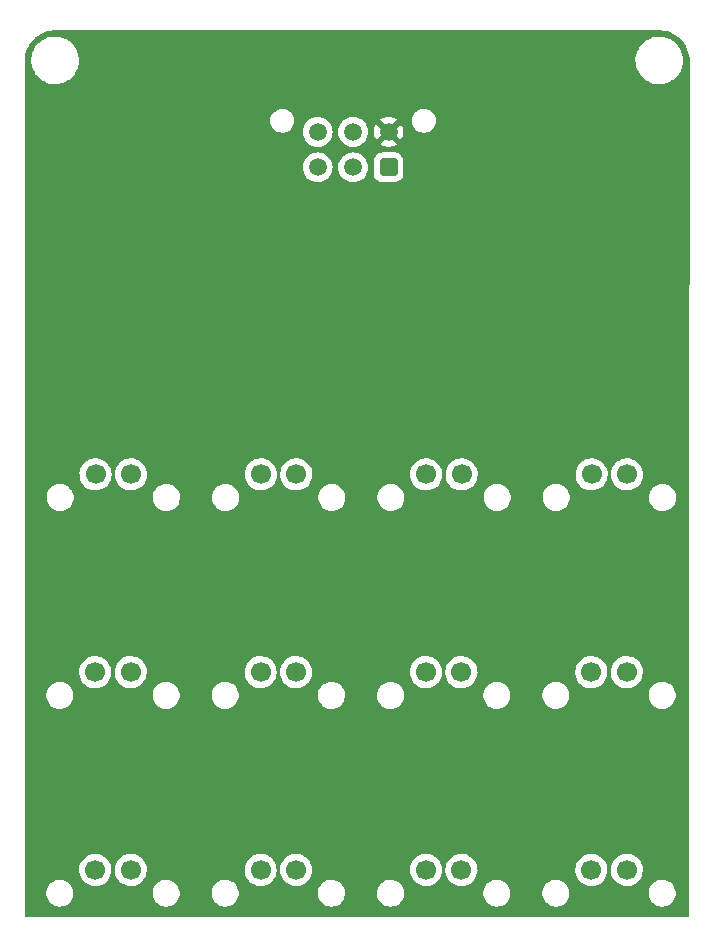
<source format=gbr>
%TF.GenerationSoftware,KiCad,Pcbnew,(6.0.7)*%
%TF.CreationDate,2022-12-11T16:26:28-06:00*%
%TF.ProjectId,BPS-Fan,4250532d-4661-46e2-9e6b-696361645f70,rev?*%
%TF.SameCoordinates,Original*%
%TF.FileFunction,Copper,L2,Bot*%
%TF.FilePolarity,Positive*%
%FSLAX46Y46*%
G04 Gerber Fmt 4.6, Leading zero omitted, Abs format (unit mm)*
G04 Created by KiCad (PCBNEW (6.0.7)) date 2022-12-11 16:26:28*
%MOMM*%
%LPD*%
G01*
G04 APERTURE LIST*
G04 Aperture macros list*
%AMRoundRect*
0 Rectangle with rounded corners*
0 $1 Rounding radius*
0 $2 $3 $4 $5 $6 $7 $8 $9 X,Y pos of 4 corners*
0 Add a 4 corners polygon primitive as box body*
4,1,4,$2,$3,$4,$5,$6,$7,$8,$9,$2,$3,0*
0 Add four circle primitives for the rounded corners*
1,1,$1+$1,$2,$3*
1,1,$1+$1,$4,$5*
1,1,$1+$1,$6,$7*
1,1,$1+$1,$8,$9*
0 Add four rect primitives between the rounded corners*
20,1,$1+$1,$2,$3,$4,$5,0*
20,1,$1+$1,$4,$5,$6,$7,0*
20,1,$1+$1,$6,$7,$8,$9,0*
20,1,$1+$1,$8,$9,$2,$3,0*%
G04 Aperture macros list end*
%TA.AperFunction,ComponentPad*%
%ADD10C,1.700000*%
%TD*%
%TA.AperFunction,ComponentPad*%
%ADD11RoundRect,0.250001X0.499999X0.499999X-0.499999X0.499999X-0.499999X-0.499999X0.499999X-0.499999X0*%
%TD*%
%TA.AperFunction,ComponentPad*%
%ADD12C,1.500000*%
%TD*%
%TA.AperFunction,ViaPad*%
%ADD13C,1.270000*%
%TD*%
%TA.AperFunction,ViaPad*%
%ADD14C,0.800000*%
%TD*%
G04 APERTURE END LIST*
D10*
X152000000Y-78800610D03*
X149000000Y-78800610D03*
X179971762Y-112294670D03*
X176971762Y-112294670D03*
X138000000Y-78800610D03*
X135000000Y-78800610D03*
X166000000Y-78800610D03*
X163000000Y-78800610D03*
X151971762Y-112294670D03*
X148971762Y-112294670D03*
X137971762Y-95545250D03*
X134971762Y-95545250D03*
X165971762Y-95545250D03*
X162971762Y-95545250D03*
D11*
X159800000Y-52800000D03*
D12*
X156800000Y-52800000D03*
X153800000Y-52800000D03*
X159800000Y-49800000D03*
X156800000Y-49800000D03*
X153800000Y-49800000D03*
D10*
X151971762Y-95545250D03*
X148971762Y-95545250D03*
X137971762Y-112294670D03*
X134971762Y-112294670D03*
X165971762Y-112294670D03*
X162971762Y-112294670D03*
X179971762Y-95545250D03*
X176971762Y-95545250D03*
X180000000Y-78800610D03*
X177000000Y-78800610D03*
D13*
X153700000Y-72600000D03*
X181696762Y-72580000D03*
X139721762Y-72570610D03*
D14*
X177864262Y-63975610D03*
X163189262Y-63995610D03*
X171000000Y-46500000D03*
X149684262Y-64020610D03*
X135959262Y-64045610D03*
D13*
X167071762Y-72570610D03*
%TA.AperFunction,Conductor*%
G36*
X182857774Y-41210829D02*
G01*
X182859707Y-41210948D01*
X182868499Y-41212763D01*
X182886593Y-41211296D01*
X182910003Y-41211581D01*
X183137567Y-41235619D01*
X183151828Y-41237126D01*
X183165773Y-41239396D01*
X183298212Y-41268656D01*
X183430652Y-41297917D01*
X183444254Y-41301733D01*
X183700917Y-41389543D01*
X183714002Y-41394856D01*
X183959235Y-41510859D01*
X183971637Y-41517601D01*
X184071002Y-41579076D01*
X184202328Y-41660325D01*
X184213908Y-41668421D01*
X184350231Y-41775591D01*
X184393095Y-41809288D01*
X184427162Y-41836070D01*
X184437763Y-41845412D01*
X184630913Y-42035892D01*
X184640402Y-42046362D01*
X184811005Y-42257264D01*
X184819261Y-42268730D01*
X184965178Y-42497407D01*
X184972099Y-42509726D01*
X185091495Y-42753304D01*
X185096993Y-42766320D01*
X185188368Y-43021738D01*
X185192373Y-43035286D01*
X185254576Y-43299332D01*
X185257038Y-43313236D01*
X185289286Y-43582588D01*
X185290176Y-43596689D01*
X185291818Y-43832549D01*
X185289219Y-43858899D01*
X185287237Y-43868499D01*
X185287962Y-43877446D01*
X185287962Y-43877450D01*
X185291078Y-43915888D01*
X185291490Y-43926114D01*
X185277376Y-81884593D01*
X185264921Y-115383839D01*
X185264636Y-116149047D01*
X185244609Y-116217160D01*
X185190936Y-116263633D01*
X185138636Y-116275000D01*
X129107636Y-116275000D01*
X129039515Y-116254998D01*
X128993022Y-116201342D01*
X128981636Y-116148953D01*
X128981916Y-115397904D01*
X128982308Y-114344772D01*
X130826903Y-114344772D01*
X130862494Y-114551898D01*
X130935234Y-114749069D01*
X131042688Y-114929682D01*
X131181256Y-115087689D01*
X131346299Y-115217798D01*
X131351415Y-115220489D01*
X131351417Y-115220491D01*
X131527172Y-115312960D01*
X131532289Y-115315652D01*
X131732996Y-115377974D01*
X131738731Y-115378653D01*
X131738732Y-115378653D01*
X131769294Y-115382270D01*
X131903636Y-115398170D01*
X132025078Y-115398170D01*
X132181041Y-115383839D01*
X132186603Y-115382270D01*
X132186605Y-115382270D01*
X132282176Y-115355316D01*
X132383311Y-115326793D01*
X132571799Y-115233841D01*
X132740191Y-115108097D01*
X132882848Y-114953771D01*
X132994993Y-114776032D01*
X133072870Y-114580833D01*
X133073995Y-114575176D01*
X133073997Y-114575170D01*
X133112743Y-114380377D01*
X133112743Y-114380375D01*
X133113870Y-114374710D01*
X133114188Y-114350470D01*
X133114263Y-114344772D01*
X139826903Y-114344772D01*
X139862494Y-114551898D01*
X139935234Y-114749069D01*
X140042688Y-114929682D01*
X140181256Y-115087689D01*
X140346299Y-115217798D01*
X140351415Y-115220489D01*
X140351417Y-115220491D01*
X140527172Y-115312960D01*
X140532289Y-115315652D01*
X140732996Y-115377974D01*
X140738731Y-115378653D01*
X140738732Y-115378653D01*
X140769294Y-115382270D01*
X140903636Y-115398170D01*
X141025078Y-115398170D01*
X141181041Y-115383839D01*
X141186603Y-115382270D01*
X141186605Y-115382270D01*
X141282176Y-115355316D01*
X141383311Y-115326793D01*
X141571799Y-115233841D01*
X141740191Y-115108097D01*
X141882848Y-114953771D01*
X141994993Y-114776032D01*
X142072870Y-114580833D01*
X142073995Y-114575176D01*
X142073997Y-114575170D01*
X142112743Y-114380377D01*
X142112743Y-114380375D01*
X142113870Y-114374710D01*
X142114188Y-114350470D01*
X142114263Y-114344772D01*
X144826903Y-114344772D01*
X144862494Y-114551898D01*
X144935234Y-114749069D01*
X145042688Y-114929682D01*
X145181256Y-115087689D01*
X145346299Y-115217798D01*
X145351415Y-115220489D01*
X145351417Y-115220491D01*
X145527172Y-115312960D01*
X145532289Y-115315652D01*
X145732996Y-115377974D01*
X145738731Y-115378653D01*
X145738732Y-115378653D01*
X145769294Y-115382270D01*
X145903636Y-115398170D01*
X146025078Y-115398170D01*
X146181041Y-115383839D01*
X146186603Y-115382270D01*
X146186605Y-115382270D01*
X146282176Y-115355316D01*
X146383311Y-115326793D01*
X146571799Y-115233841D01*
X146740191Y-115108097D01*
X146882848Y-114953771D01*
X146994993Y-114776032D01*
X147072870Y-114580833D01*
X147073995Y-114575176D01*
X147073997Y-114575170D01*
X147112743Y-114380377D01*
X147112743Y-114380375D01*
X147113870Y-114374710D01*
X147114188Y-114350470D01*
X147114263Y-114344772D01*
X153826903Y-114344772D01*
X153862494Y-114551898D01*
X153935234Y-114749069D01*
X154042688Y-114929682D01*
X154181256Y-115087689D01*
X154346299Y-115217798D01*
X154351415Y-115220489D01*
X154351417Y-115220491D01*
X154527172Y-115312960D01*
X154532289Y-115315652D01*
X154732996Y-115377974D01*
X154738731Y-115378653D01*
X154738732Y-115378653D01*
X154769294Y-115382270D01*
X154903636Y-115398170D01*
X155025078Y-115398170D01*
X155181041Y-115383839D01*
X155186603Y-115382270D01*
X155186605Y-115382270D01*
X155282176Y-115355316D01*
X155383311Y-115326793D01*
X155571799Y-115233841D01*
X155740191Y-115108097D01*
X155882848Y-114953771D01*
X155994993Y-114776032D01*
X156072870Y-114580833D01*
X156073995Y-114575176D01*
X156073997Y-114575170D01*
X156112743Y-114380377D01*
X156112743Y-114380375D01*
X156113870Y-114374710D01*
X156114188Y-114350470D01*
X156114263Y-114344772D01*
X158826903Y-114344772D01*
X158862494Y-114551898D01*
X158935234Y-114749069D01*
X159042688Y-114929682D01*
X159181256Y-115087689D01*
X159346299Y-115217798D01*
X159351415Y-115220489D01*
X159351417Y-115220491D01*
X159527172Y-115312960D01*
X159532289Y-115315652D01*
X159732996Y-115377974D01*
X159738731Y-115378653D01*
X159738732Y-115378653D01*
X159769294Y-115382270D01*
X159903636Y-115398170D01*
X160025078Y-115398170D01*
X160181041Y-115383839D01*
X160186603Y-115382270D01*
X160186605Y-115382270D01*
X160282176Y-115355316D01*
X160383311Y-115326793D01*
X160571799Y-115233841D01*
X160740191Y-115108097D01*
X160882848Y-114953771D01*
X160994993Y-114776032D01*
X161072870Y-114580833D01*
X161073995Y-114575176D01*
X161073997Y-114575170D01*
X161112743Y-114380377D01*
X161112743Y-114380375D01*
X161113870Y-114374710D01*
X161114188Y-114350470D01*
X161114263Y-114344772D01*
X167826903Y-114344772D01*
X167862494Y-114551898D01*
X167935234Y-114749069D01*
X168042688Y-114929682D01*
X168181256Y-115087689D01*
X168346299Y-115217798D01*
X168351415Y-115220489D01*
X168351417Y-115220491D01*
X168527172Y-115312960D01*
X168532289Y-115315652D01*
X168732996Y-115377974D01*
X168738731Y-115378653D01*
X168738732Y-115378653D01*
X168769294Y-115382270D01*
X168903636Y-115398170D01*
X169025078Y-115398170D01*
X169181041Y-115383839D01*
X169186603Y-115382270D01*
X169186605Y-115382270D01*
X169282176Y-115355316D01*
X169383311Y-115326793D01*
X169571799Y-115233841D01*
X169740191Y-115108097D01*
X169882848Y-114953771D01*
X169994993Y-114776032D01*
X170072870Y-114580833D01*
X170073995Y-114575176D01*
X170073997Y-114575170D01*
X170112743Y-114380377D01*
X170112743Y-114380375D01*
X170113870Y-114374710D01*
X170114188Y-114350470D01*
X170114263Y-114344772D01*
X172826903Y-114344772D01*
X172862494Y-114551898D01*
X172935234Y-114749069D01*
X173042688Y-114929682D01*
X173181256Y-115087689D01*
X173346299Y-115217798D01*
X173351415Y-115220489D01*
X173351417Y-115220491D01*
X173527172Y-115312960D01*
X173532289Y-115315652D01*
X173732996Y-115377974D01*
X173738731Y-115378653D01*
X173738732Y-115378653D01*
X173769294Y-115382270D01*
X173903636Y-115398170D01*
X174025078Y-115398170D01*
X174181041Y-115383839D01*
X174186603Y-115382270D01*
X174186605Y-115382270D01*
X174282176Y-115355316D01*
X174383311Y-115326793D01*
X174571799Y-115233841D01*
X174740191Y-115108097D01*
X174882848Y-114953771D01*
X174994993Y-114776032D01*
X175072870Y-114580833D01*
X175073995Y-114575176D01*
X175073997Y-114575170D01*
X175112743Y-114380377D01*
X175112743Y-114380375D01*
X175113870Y-114374710D01*
X175114188Y-114350470D01*
X175114263Y-114344772D01*
X181826903Y-114344772D01*
X181862494Y-114551898D01*
X181935234Y-114749069D01*
X182042688Y-114929682D01*
X182181256Y-115087689D01*
X182346299Y-115217798D01*
X182351415Y-115220489D01*
X182351417Y-115220491D01*
X182527172Y-115312960D01*
X182532289Y-115315652D01*
X182732996Y-115377974D01*
X182738731Y-115378653D01*
X182738732Y-115378653D01*
X182769294Y-115382270D01*
X182903636Y-115398170D01*
X183025078Y-115398170D01*
X183181041Y-115383839D01*
X183186603Y-115382270D01*
X183186605Y-115382270D01*
X183282176Y-115355316D01*
X183383311Y-115326793D01*
X183571799Y-115233841D01*
X183740191Y-115108097D01*
X183882848Y-114953771D01*
X183994993Y-114776032D01*
X184072870Y-114580833D01*
X184073995Y-114575176D01*
X184073997Y-114575170D01*
X184112743Y-114380377D01*
X184112743Y-114380375D01*
X184113870Y-114374710D01*
X184114188Y-114350470D01*
X184116545Y-114170350D01*
X184116621Y-114164568D01*
X184081030Y-113957442D01*
X184008290Y-113760271D01*
X183946116Y-113655767D01*
X183903790Y-113584623D01*
X183903789Y-113584622D01*
X183900836Y-113579658D01*
X183762268Y-113421651D01*
X183597225Y-113291542D01*
X183592109Y-113288851D01*
X183592107Y-113288849D01*
X183416352Y-113196380D01*
X183416350Y-113196379D01*
X183411235Y-113193688D01*
X183210528Y-113131366D01*
X183204793Y-113130687D01*
X183204792Y-113130687D01*
X183156504Y-113124972D01*
X183039888Y-113111170D01*
X182918446Y-113111170D01*
X182762483Y-113125501D01*
X182756921Y-113127070D01*
X182756919Y-113127070D01*
X182661348Y-113154024D01*
X182560213Y-113182547D01*
X182371725Y-113275499D01*
X182367099Y-113278953D01*
X182367098Y-113278954D01*
X182207957Y-113397790D01*
X182203333Y-113401243D01*
X182199419Y-113405477D01*
X182199417Y-113405479D01*
X182089851Y-113524008D01*
X182060676Y-113555569D01*
X181948531Y-113733308D01*
X181870654Y-113928507D01*
X181869529Y-113934164D01*
X181869527Y-113934170D01*
X181863765Y-113963139D01*
X181829654Y-114134630D01*
X181829578Y-114140405D01*
X181829578Y-114140409D01*
X181829262Y-114164568D01*
X181826903Y-114344772D01*
X175114263Y-114344772D01*
X175116545Y-114170350D01*
X175116621Y-114164568D01*
X175081030Y-113957442D01*
X175008290Y-113760271D01*
X174946116Y-113655767D01*
X174903790Y-113584623D01*
X174903789Y-113584622D01*
X174900836Y-113579658D01*
X174762268Y-113421651D01*
X174597225Y-113291542D01*
X174592109Y-113288851D01*
X174592107Y-113288849D01*
X174416352Y-113196380D01*
X174416350Y-113196379D01*
X174411235Y-113193688D01*
X174210528Y-113131366D01*
X174204793Y-113130687D01*
X174204792Y-113130687D01*
X174156504Y-113124972D01*
X174039888Y-113111170D01*
X173918446Y-113111170D01*
X173762483Y-113125501D01*
X173756921Y-113127070D01*
X173756919Y-113127070D01*
X173661348Y-113154024D01*
X173560213Y-113182547D01*
X173371725Y-113275499D01*
X173367099Y-113278953D01*
X173367098Y-113278954D01*
X173207957Y-113397790D01*
X173203333Y-113401243D01*
X173199419Y-113405477D01*
X173199417Y-113405479D01*
X173089851Y-113524008D01*
X173060676Y-113555569D01*
X172948531Y-113733308D01*
X172870654Y-113928507D01*
X172869529Y-113934164D01*
X172869527Y-113934170D01*
X172863765Y-113963139D01*
X172829654Y-114134630D01*
X172829578Y-114140405D01*
X172829578Y-114140409D01*
X172829262Y-114164568D01*
X172826903Y-114344772D01*
X170114263Y-114344772D01*
X170116545Y-114170350D01*
X170116621Y-114164568D01*
X170081030Y-113957442D01*
X170008290Y-113760271D01*
X169946116Y-113655767D01*
X169903790Y-113584623D01*
X169903789Y-113584622D01*
X169900836Y-113579658D01*
X169762268Y-113421651D01*
X169597225Y-113291542D01*
X169592109Y-113288851D01*
X169592107Y-113288849D01*
X169416352Y-113196380D01*
X169416350Y-113196379D01*
X169411235Y-113193688D01*
X169210528Y-113131366D01*
X169204793Y-113130687D01*
X169204792Y-113130687D01*
X169156504Y-113124972D01*
X169039888Y-113111170D01*
X168918446Y-113111170D01*
X168762483Y-113125501D01*
X168756921Y-113127070D01*
X168756919Y-113127070D01*
X168661348Y-113154024D01*
X168560213Y-113182547D01*
X168371725Y-113275499D01*
X168367099Y-113278953D01*
X168367098Y-113278954D01*
X168207957Y-113397790D01*
X168203333Y-113401243D01*
X168199419Y-113405477D01*
X168199417Y-113405479D01*
X168089851Y-113524008D01*
X168060676Y-113555569D01*
X167948531Y-113733308D01*
X167870654Y-113928507D01*
X167869529Y-113934164D01*
X167869527Y-113934170D01*
X167863765Y-113963139D01*
X167829654Y-114134630D01*
X167829578Y-114140405D01*
X167829578Y-114140409D01*
X167829262Y-114164568D01*
X167826903Y-114344772D01*
X161114263Y-114344772D01*
X161116545Y-114170350D01*
X161116621Y-114164568D01*
X161081030Y-113957442D01*
X161008290Y-113760271D01*
X160946116Y-113655767D01*
X160903790Y-113584623D01*
X160903789Y-113584622D01*
X160900836Y-113579658D01*
X160762268Y-113421651D01*
X160597225Y-113291542D01*
X160592109Y-113288851D01*
X160592107Y-113288849D01*
X160416352Y-113196380D01*
X160416350Y-113196379D01*
X160411235Y-113193688D01*
X160210528Y-113131366D01*
X160204793Y-113130687D01*
X160204792Y-113130687D01*
X160156504Y-113124972D01*
X160039888Y-113111170D01*
X159918446Y-113111170D01*
X159762483Y-113125501D01*
X159756921Y-113127070D01*
X159756919Y-113127070D01*
X159661348Y-113154024D01*
X159560213Y-113182547D01*
X159371725Y-113275499D01*
X159367099Y-113278953D01*
X159367098Y-113278954D01*
X159207957Y-113397790D01*
X159203333Y-113401243D01*
X159199419Y-113405477D01*
X159199417Y-113405479D01*
X159089851Y-113524008D01*
X159060676Y-113555569D01*
X158948531Y-113733308D01*
X158870654Y-113928507D01*
X158869529Y-113934164D01*
X158869527Y-113934170D01*
X158863765Y-113963139D01*
X158829654Y-114134630D01*
X158829578Y-114140405D01*
X158829578Y-114140409D01*
X158829262Y-114164568D01*
X158826903Y-114344772D01*
X156114263Y-114344772D01*
X156116545Y-114170350D01*
X156116621Y-114164568D01*
X156081030Y-113957442D01*
X156008290Y-113760271D01*
X155946116Y-113655767D01*
X155903790Y-113584623D01*
X155903789Y-113584622D01*
X155900836Y-113579658D01*
X155762268Y-113421651D01*
X155597225Y-113291542D01*
X155592109Y-113288851D01*
X155592107Y-113288849D01*
X155416352Y-113196380D01*
X155416350Y-113196379D01*
X155411235Y-113193688D01*
X155210528Y-113131366D01*
X155204793Y-113130687D01*
X155204792Y-113130687D01*
X155156504Y-113124972D01*
X155039888Y-113111170D01*
X154918446Y-113111170D01*
X154762483Y-113125501D01*
X154756921Y-113127070D01*
X154756919Y-113127070D01*
X154661348Y-113154024D01*
X154560213Y-113182547D01*
X154371725Y-113275499D01*
X154367099Y-113278953D01*
X154367098Y-113278954D01*
X154207957Y-113397790D01*
X154203333Y-113401243D01*
X154199419Y-113405477D01*
X154199417Y-113405479D01*
X154089851Y-113524008D01*
X154060676Y-113555569D01*
X153948531Y-113733308D01*
X153870654Y-113928507D01*
X153869529Y-113934164D01*
X153869527Y-113934170D01*
X153863765Y-113963139D01*
X153829654Y-114134630D01*
X153829578Y-114140405D01*
X153829578Y-114140409D01*
X153829262Y-114164568D01*
X153826903Y-114344772D01*
X147114263Y-114344772D01*
X147116545Y-114170350D01*
X147116621Y-114164568D01*
X147081030Y-113957442D01*
X147008290Y-113760271D01*
X146946116Y-113655767D01*
X146903790Y-113584623D01*
X146903789Y-113584622D01*
X146900836Y-113579658D01*
X146762268Y-113421651D01*
X146597225Y-113291542D01*
X146592109Y-113288851D01*
X146592107Y-113288849D01*
X146416352Y-113196380D01*
X146416350Y-113196379D01*
X146411235Y-113193688D01*
X146210528Y-113131366D01*
X146204793Y-113130687D01*
X146204792Y-113130687D01*
X146156504Y-113124972D01*
X146039888Y-113111170D01*
X145918446Y-113111170D01*
X145762483Y-113125501D01*
X145756921Y-113127070D01*
X145756919Y-113127070D01*
X145661348Y-113154024D01*
X145560213Y-113182547D01*
X145371725Y-113275499D01*
X145367099Y-113278953D01*
X145367098Y-113278954D01*
X145207957Y-113397790D01*
X145203333Y-113401243D01*
X145199419Y-113405477D01*
X145199417Y-113405479D01*
X145089851Y-113524008D01*
X145060676Y-113555569D01*
X144948531Y-113733308D01*
X144870654Y-113928507D01*
X144869529Y-113934164D01*
X144869527Y-113934170D01*
X144863765Y-113963139D01*
X144829654Y-114134630D01*
X144829578Y-114140405D01*
X144829578Y-114140409D01*
X144829262Y-114164568D01*
X144826903Y-114344772D01*
X142114263Y-114344772D01*
X142116545Y-114170350D01*
X142116621Y-114164568D01*
X142081030Y-113957442D01*
X142008290Y-113760271D01*
X141946116Y-113655767D01*
X141903790Y-113584623D01*
X141903789Y-113584622D01*
X141900836Y-113579658D01*
X141762268Y-113421651D01*
X141597225Y-113291542D01*
X141592109Y-113288851D01*
X141592107Y-113288849D01*
X141416352Y-113196380D01*
X141416350Y-113196379D01*
X141411235Y-113193688D01*
X141210528Y-113131366D01*
X141204793Y-113130687D01*
X141204792Y-113130687D01*
X141156504Y-113124972D01*
X141039888Y-113111170D01*
X140918446Y-113111170D01*
X140762483Y-113125501D01*
X140756921Y-113127070D01*
X140756919Y-113127070D01*
X140661348Y-113154024D01*
X140560213Y-113182547D01*
X140371725Y-113275499D01*
X140367099Y-113278953D01*
X140367098Y-113278954D01*
X140207957Y-113397790D01*
X140203333Y-113401243D01*
X140199419Y-113405477D01*
X140199417Y-113405479D01*
X140089851Y-113524008D01*
X140060676Y-113555569D01*
X139948531Y-113733308D01*
X139870654Y-113928507D01*
X139869529Y-113934164D01*
X139869527Y-113934170D01*
X139863765Y-113963139D01*
X139829654Y-114134630D01*
X139829578Y-114140405D01*
X139829578Y-114140409D01*
X139829262Y-114164568D01*
X139826903Y-114344772D01*
X133114263Y-114344772D01*
X133116545Y-114170350D01*
X133116621Y-114164568D01*
X133081030Y-113957442D01*
X133008290Y-113760271D01*
X132946116Y-113655767D01*
X132903790Y-113584623D01*
X132903789Y-113584622D01*
X132900836Y-113579658D01*
X132762268Y-113421651D01*
X132597225Y-113291542D01*
X132592109Y-113288851D01*
X132592107Y-113288849D01*
X132416352Y-113196380D01*
X132416350Y-113196379D01*
X132411235Y-113193688D01*
X132210528Y-113131366D01*
X132204793Y-113130687D01*
X132204792Y-113130687D01*
X132156504Y-113124972D01*
X132039888Y-113111170D01*
X131918446Y-113111170D01*
X131762483Y-113125501D01*
X131756921Y-113127070D01*
X131756919Y-113127070D01*
X131661348Y-113154024D01*
X131560213Y-113182547D01*
X131371725Y-113275499D01*
X131367099Y-113278953D01*
X131367098Y-113278954D01*
X131207957Y-113397790D01*
X131203333Y-113401243D01*
X131199419Y-113405477D01*
X131199417Y-113405479D01*
X131089851Y-113524008D01*
X131060676Y-113555569D01*
X130948531Y-113733308D01*
X130870654Y-113928507D01*
X130869529Y-113934164D01*
X130869527Y-113934170D01*
X130863765Y-113963139D01*
X130829654Y-114134630D01*
X130829578Y-114140405D01*
X130829578Y-114140409D01*
X130829262Y-114164568D01*
X130826903Y-114344772D01*
X128982308Y-114344772D01*
X128983083Y-112261365D01*
X133609013Y-112261365D01*
X133609310Y-112266518D01*
X133609310Y-112266521D01*
X133614773Y-112361260D01*
X133621872Y-112484385D01*
X133623009Y-112489431D01*
X133623010Y-112489437D01*
X133642881Y-112577609D01*
X133670984Y-112702309D01*
X133755028Y-112909286D01*
X133871749Y-113099758D01*
X134018012Y-113268608D01*
X134189888Y-113411302D01*
X134382762Y-113524008D01*
X134591454Y-113603700D01*
X134596522Y-113604731D01*
X134596525Y-113604732D01*
X134703779Y-113626553D01*
X134810359Y-113648237D01*
X134815534Y-113648427D01*
X134815536Y-113648427D01*
X135028435Y-113656234D01*
X135028439Y-113656234D01*
X135033599Y-113656423D01*
X135038719Y-113655767D01*
X135038721Y-113655767D01*
X135250050Y-113628695D01*
X135250051Y-113628695D01*
X135255178Y-113628038D01*
X135260128Y-113626553D01*
X135464191Y-113565331D01*
X135464196Y-113565329D01*
X135469146Y-113563844D01*
X135669756Y-113465566D01*
X135851622Y-113335843D01*
X136009858Y-113178159D01*
X136047697Y-113125501D01*
X136137197Y-113000947D01*
X136140215Y-112996747D01*
X136239192Y-112796481D01*
X136304132Y-112582739D01*
X136333291Y-112361260D01*
X136334918Y-112294670D01*
X136332180Y-112261365D01*
X136609013Y-112261365D01*
X136609310Y-112266518D01*
X136609310Y-112266521D01*
X136614773Y-112361260D01*
X136621872Y-112484385D01*
X136623009Y-112489431D01*
X136623010Y-112489437D01*
X136642881Y-112577609D01*
X136670984Y-112702309D01*
X136755028Y-112909286D01*
X136871749Y-113099758D01*
X137018012Y-113268608D01*
X137189888Y-113411302D01*
X137382762Y-113524008D01*
X137591454Y-113603700D01*
X137596522Y-113604731D01*
X137596525Y-113604732D01*
X137703779Y-113626553D01*
X137810359Y-113648237D01*
X137815534Y-113648427D01*
X137815536Y-113648427D01*
X138028435Y-113656234D01*
X138028439Y-113656234D01*
X138033599Y-113656423D01*
X138038719Y-113655767D01*
X138038721Y-113655767D01*
X138250050Y-113628695D01*
X138250051Y-113628695D01*
X138255178Y-113628038D01*
X138260128Y-113626553D01*
X138464191Y-113565331D01*
X138464196Y-113565329D01*
X138469146Y-113563844D01*
X138669756Y-113465566D01*
X138851622Y-113335843D01*
X139009858Y-113178159D01*
X139047697Y-113125501D01*
X139137197Y-113000947D01*
X139140215Y-112996747D01*
X139239192Y-112796481D01*
X139304132Y-112582739D01*
X139333291Y-112361260D01*
X139334918Y-112294670D01*
X139332180Y-112261365D01*
X147609013Y-112261365D01*
X147609310Y-112266518D01*
X147609310Y-112266521D01*
X147614773Y-112361260D01*
X147621872Y-112484385D01*
X147623009Y-112489431D01*
X147623010Y-112489437D01*
X147642881Y-112577609D01*
X147670984Y-112702309D01*
X147755028Y-112909286D01*
X147871749Y-113099758D01*
X148018012Y-113268608D01*
X148189888Y-113411302D01*
X148382762Y-113524008D01*
X148591454Y-113603700D01*
X148596522Y-113604731D01*
X148596525Y-113604732D01*
X148703779Y-113626553D01*
X148810359Y-113648237D01*
X148815534Y-113648427D01*
X148815536Y-113648427D01*
X149028435Y-113656234D01*
X149028439Y-113656234D01*
X149033599Y-113656423D01*
X149038719Y-113655767D01*
X149038721Y-113655767D01*
X149250050Y-113628695D01*
X149250051Y-113628695D01*
X149255178Y-113628038D01*
X149260128Y-113626553D01*
X149464191Y-113565331D01*
X149464196Y-113565329D01*
X149469146Y-113563844D01*
X149669756Y-113465566D01*
X149851622Y-113335843D01*
X150009858Y-113178159D01*
X150047697Y-113125501D01*
X150137197Y-113000947D01*
X150140215Y-112996747D01*
X150239192Y-112796481D01*
X150304132Y-112582739D01*
X150333291Y-112361260D01*
X150334918Y-112294670D01*
X150332180Y-112261365D01*
X150609013Y-112261365D01*
X150609310Y-112266518D01*
X150609310Y-112266521D01*
X150614773Y-112361260D01*
X150621872Y-112484385D01*
X150623009Y-112489431D01*
X150623010Y-112489437D01*
X150642881Y-112577609D01*
X150670984Y-112702309D01*
X150755028Y-112909286D01*
X150871749Y-113099758D01*
X151018012Y-113268608D01*
X151189888Y-113411302D01*
X151382762Y-113524008D01*
X151591454Y-113603700D01*
X151596522Y-113604731D01*
X151596525Y-113604732D01*
X151703779Y-113626553D01*
X151810359Y-113648237D01*
X151815534Y-113648427D01*
X151815536Y-113648427D01*
X152028435Y-113656234D01*
X152028439Y-113656234D01*
X152033599Y-113656423D01*
X152038719Y-113655767D01*
X152038721Y-113655767D01*
X152250050Y-113628695D01*
X152250051Y-113628695D01*
X152255178Y-113628038D01*
X152260128Y-113626553D01*
X152464191Y-113565331D01*
X152464196Y-113565329D01*
X152469146Y-113563844D01*
X152669756Y-113465566D01*
X152851622Y-113335843D01*
X153009858Y-113178159D01*
X153047697Y-113125501D01*
X153137197Y-113000947D01*
X153140215Y-112996747D01*
X153239192Y-112796481D01*
X153304132Y-112582739D01*
X153333291Y-112361260D01*
X153334918Y-112294670D01*
X153332180Y-112261365D01*
X161609013Y-112261365D01*
X161609310Y-112266518D01*
X161609310Y-112266521D01*
X161614773Y-112361260D01*
X161621872Y-112484385D01*
X161623009Y-112489431D01*
X161623010Y-112489437D01*
X161642881Y-112577609D01*
X161670984Y-112702309D01*
X161755028Y-112909286D01*
X161871749Y-113099758D01*
X162018012Y-113268608D01*
X162189888Y-113411302D01*
X162382762Y-113524008D01*
X162591454Y-113603700D01*
X162596522Y-113604731D01*
X162596525Y-113604732D01*
X162703779Y-113626553D01*
X162810359Y-113648237D01*
X162815534Y-113648427D01*
X162815536Y-113648427D01*
X163028435Y-113656234D01*
X163028439Y-113656234D01*
X163033599Y-113656423D01*
X163038719Y-113655767D01*
X163038721Y-113655767D01*
X163250050Y-113628695D01*
X163250051Y-113628695D01*
X163255178Y-113628038D01*
X163260128Y-113626553D01*
X163464191Y-113565331D01*
X163464196Y-113565329D01*
X163469146Y-113563844D01*
X163669756Y-113465566D01*
X163851622Y-113335843D01*
X164009858Y-113178159D01*
X164047697Y-113125501D01*
X164137197Y-113000947D01*
X164140215Y-112996747D01*
X164239192Y-112796481D01*
X164304132Y-112582739D01*
X164333291Y-112361260D01*
X164334918Y-112294670D01*
X164332180Y-112261365D01*
X164609013Y-112261365D01*
X164609310Y-112266518D01*
X164609310Y-112266521D01*
X164614773Y-112361260D01*
X164621872Y-112484385D01*
X164623009Y-112489431D01*
X164623010Y-112489437D01*
X164642881Y-112577609D01*
X164670984Y-112702309D01*
X164755028Y-112909286D01*
X164871749Y-113099758D01*
X165018012Y-113268608D01*
X165189888Y-113411302D01*
X165382762Y-113524008D01*
X165591454Y-113603700D01*
X165596522Y-113604731D01*
X165596525Y-113604732D01*
X165703779Y-113626553D01*
X165810359Y-113648237D01*
X165815534Y-113648427D01*
X165815536Y-113648427D01*
X166028435Y-113656234D01*
X166028439Y-113656234D01*
X166033599Y-113656423D01*
X166038719Y-113655767D01*
X166038721Y-113655767D01*
X166250050Y-113628695D01*
X166250051Y-113628695D01*
X166255178Y-113628038D01*
X166260128Y-113626553D01*
X166464191Y-113565331D01*
X166464196Y-113565329D01*
X166469146Y-113563844D01*
X166669756Y-113465566D01*
X166851622Y-113335843D01*
X167009858Y-113178159D01*
X167047697Y-113125501D01*
X167137197Y-113000947D01*
X167140215Y-112996747D01*
X167239192Y-112796481D01*
X167304132Y-112582739D01*
X167333291Y-112361260D01*
X167334918Y-112294670D01*
X167332180Y-112261365D01*
X175609013Y-112261365D01*
X175609310Y-112266518D01*
X175609310Y-112266521D01*
X175614773Y-112361260D01*
X175621872Y-112484385D01*
X175623009Y-112489431D01*
X175623010Y-112489437D01*
X175642881Y-112577609D01*
X175670984Y-112702309D01*
X175755028Y-112909286D01*
X175871749Y-113099758D01*
X176018012Y-113268608D01*
X176189888Y-113411302D01*
X176382762Y-113524008D01*
X176591454Y-113603700D01*
X176596522Y-113604731D01*
X176596525Y-113604732D01*
X176703779Y-113626553D01*
X176810359Y-113648237D01*
X176815534Y-113648427D01*
X176815536Y-113648427D01*
X177028435Y-113656234D01*
X177028439Y-113656234D01*
X177033599Y-113656423D01*
X177038719Y-113655767D01*
X177038721Y-113655767D01*
X177250050Y-113628695D01*
X177250051Y-113628695D01*
X177255178Y-113628038D01*
X177260128Y-113626553D01*
X177464191Y-113565331D01*
X177464196Y-113565329D01*
X177469146Y-113563844D01*
X177669756Y-113465566D01*
X177851622Y-113335843D01*
X178009858Y-113178159D01*
X178047697Y-113125501D01*
X178137197Y-113000947D01*
X178140215Y-112996747D01*
X178239192Y-112796481D01*
X178304132Y-112582739D01*
X178333291Y-112361260D01*
X178334918Y-112294670D01*
X178332180Y-112261365D01*
X178609013Y-112261365D01*
X178609310Y-112266518D01*
X178609310Y-112266521D01*
X178614773Y-112361260D01*
X178621872Y-112484385D01*
X178623009Y-112489431D01*
X178623010Y-112489437D01*
X178642881Y-112577609D01*
X178670984Y-112702309D01*
X178755028Y-112909286D01*
X178871749Y-113099758D01*
X179018012Y-113268608D01*
X179189888Y-113411302D01*
X179382762Y-113524008D01*
X179591454Y-113603700D01*
X179596522Y-113604731D01*
X179596525Y-113604732D01*
X179703779Y-113626553D01*
X179810359Y-113648237D01*
X179815534Y-113648427D01*
X179815536Y-113648427D01*
X180028435Y-113656234D01*
X180028439Y-113656234D01*
X180033599Y-113656423D01*
X180038719Y-113655767D01*
X180038721Y-113655767D01*
X180250050Y-113628695D01*
X180250051Y-113628695D01*
X180255178Y-113628038D01*
X180260128Y-113626553D01*
X180464191Y-113565331D01*
X180464196Y-113565329D01*
X180469146Y-113563844D01*
X180669756Y-113465566D01*
X180851622Y-113335843D01*
X181009858Y-113178159D01*
X181047697Y-113125501D01*
X181137197Y-113000947D01*
X181140215Y-112996747D01*
X181239192Y-112796481D01*
X181304132Y-112582739D01*
X181333291Y-112361260D01*
X181334918Y-112294670D01*
X181316614Y-112072031D01*
X181262193Y-111855372D01*
X181173116Y-111650510D01*
X181051776Y-111462947D01*
X180901432Y-111297721D01*
X180897381Y-111294522D01*
X180897377Y-111294518D01*
X180730176Y-111162470D01*
X180730172Y-111162468D01*
X180726121Y-111159268D01*
X180530551Y-111051308D01*
X180525682Y-111049584D01*
X180525678Y-111049582D01*
X180324849Y-110978465D01*
X180324845Y-110978464D01*
X180319974Y-110976739D01*
X180314881Y-110975832D01*
X180314878Y-110975831D01*
X180105135Y-110938470D01*
X180105129Y-110938469D01*
X180100046Y-110937564D01*
X180026214Y-110936662D01*
X179881843Y-110934898D01*
X179881841Y-110934898D01*
X179876673Y-110934835D01*
X179655853Y-110968625D01*
X179443518Y-111038027D01*
X179245369Y-111141177D01*
X179241236Y-111144280D01*
X179241233Y-111144282D01*
X179217009Y-111162470D01*
X179066727Y-111275305D01*
X178912391Y-111436808D01*
X178786505Y-111621350D01*
X178692450Y-111823975D01*
X178632751Y-112039240D01*
X178609013Y-112261365D01*
X178332180Y-112261365D01*
X178316614Y-112072031D01*
X178262193Y-111855372D01*
X178173116Y-111650510D01*
X178051776Y-111462947D01*
X177901432Y-111297721D01*
X177897381Y-111294522D01*
X177897377Y-111294518D01*
X177730176Y-111162470D01*
X177730172Y-111162468D01*
X177726121Y-111159268D01*
X177530551Y-111051308D01*
X177525682Y-111049584D01*
X177525678Y-111049582D01*
X177324849Y-110978465D01*
X177324845Y-110978464D01*
X177319974Y-110976739D01*
X177314881Y-110975832D01*
X177314878Y-110975831D01*
X177105135Y-110938470D01*
X177105129Y-110938469D01*
X177100046Y-110937564D01*
X177026214Y-110936662D01*
X176881843Y-110934898D01*
X176881841Y-110934898D01*
X176876673Y-110934835D01*
X176655853Y-110968625D01*
X176443518Y-111038027D01*
X176245369Y-111141177D01*
X176241236Y-111144280D01*
X176241233Y-111144282D01*
X176217009Y-111162470D01*
X176066727Y-111275305D01*
X175912391Y-111436808D01*
X175786505Y-111621350D01*
X175692450Y-111823975D01*
X175632751Y-112039240D01*
X175609013Y-112261365D01*
X167332180Y-112261365D01*
X167316614Y-112072031D01*
X167262193Y-111855372D01*
X167173116Y-111650510D01*
X167051776Y-111462947D01*
X166901432Y-111297721D01*
X166897381Y-111294522D01*
X166897377Y-111294518D01*
X166730176Y-111162470D01*
X166730172Y-111162468D01*
X166726121Y-111159268D01*
X166530551Y-111051308D01*
X166525682Y-111049584D01*
X166525678Y-111049582D01*
X166324849Y-110978465D01*
X166324845Y-110978464D01*
X166319974Y-110976739D01*
X166314881Y-110975832D01*
X166314878Y-110975831D01*
X166105135Y-110938470D01*
X166105129Y-110938469D01*
X166100046Y-110937564D01*
X166026214Y-110936662D01*
X165881843Y-110934898D01*
X165881841Y-110934898D01*
X165876673Y-110934835D01*
X165655853Y-110968625D01*
X165443518Y-111038027D01*
X165245369Y-111141177D01*
X165241236Y-111144280D01*
X165241233Y-111144282D01*
X165217009Y-111162470D01*
X165066727Y-111275305D01*
X164912391Y-111436808D01*
X164786505Y-111621350D01*
X164692450Y-111823975D01*
X164632751Y-112039240D01*
X164609013Y-112261365D01*
X164332180Y-112261365D01*
X164316614Y-112072031D01*
X164262193Y-111855372D01*
X164173116Y-111650510D01*
X164051776Y-111462947D01*
X163901432Y-111297721D01*
X163897381Y-111294522D01*
X163897377Y-111294518D01*
X163730176Y-111162470D01*
X163730172Y-111162468D01*
X163726121Y-111159268D01*
X163530551Y-111051308D01*
X163525682Y-111049584D01*
X163525678Y-111049582D01*
X163324849Y-110978465D01*
X163324845Y-110978464D01*
X163319974Y-110976739D01*
X163314881Y-110975832D01*
X163314878Y-110975831D01*
X163105135Y-110938470D01*
X163105129Y-110938469D01*
X163100046Y-110937564D01*
X163026214Y-110936662D01*
X162881843Y-110934898D01*
X162881841Y-110934898D01*
X162876673Y-110934835D01*
X162655853Y-110968625D01*
X162443518Y-111038027D01*
X162245369Y-111141177D01*
X162241236Y-111144280D01*
X162241233Y-111144282D01*
X162217009Y-111162470D01*
X162066727Y-111275305D01*
X161912391Y-111436808D01*
X161786505Y-111621350D01*
X161692450Y-111823975D01*
X161632751Y-112039240D01*
X161609013Y-112261365D01*
X153332180Y-112261365D01*
X153316614Y-112072031D01*
X153262193Y-111855372D01*
X153173116Y-111650510D01*
X153051776Y-111462947D01*
X152901432Y-111297721D01*
X152897381Y-111294522D01*
X152897377Y-111294518D01*
X152730176Y-111162470D01*
X152730172Y-111162468D01*
X152726121Y-111159268D01*
X152530551Y-111051308D01*
X152525682Y-111049584D01*
X152525678Y-111049582D01*
X152324849Y-110978465D01*
X152324845Y-110978464D01*
X152319974Y-110976739D01*
X152314881Y-110975832D01*
X152314878Y-110975831D01*
X152105135Y-110938470D01*
X152105129Y-110938469D01*
X152100046Y-110937564D01*
X152026214Y-110936662D01*
X151881843Y-110934898D01*
X151881841Y-110934898D01*
X151876673Y-110934835D01*
X151655853Y-110968625D01*
X151443518Y-111038027D01*
X151245369Y-111141177D01*
X151241236Y-111144280D01*
X151241233Y-111144282D01*
X151217009Y-111162470D01*
X151066727Y-111275305D01*
X150912391Y-111436808D01*
X150786505Y-111621350D01*
X150692450Y-111823975D01*
X150632751Y-112039240D01*
X150609013Y-112261365D01*
X150332180Y-112261365D01*
X150316614Y-112072031D01*
X150262193Y-111855372D01*
X150173116Y-111650510D01*
X150051776Y-111462947D01*
X149901432Y-111297721D01*
X149897381Y-111294522D01*
X149897377Y-111294518D01*
X149730176Y-111162470D01*
X149730172Y-111162468D01*
X149726121Y-111159268D01*
X149530551Y-111051308D01*
X149525682Y-111049584D01*
X149525678Y-111049582D01*
X149324849Y-110978465D01*
X149324845Y-110978464D01*
X149319974Y-110976739D01*
X149314881Y-110975832D01*
X149314878Y-110975831D01*
X149105135Y-110938470D01*
X149105129Y-110938469D01*
X149100046Y-110937564D01*
X149026214Y-110936662D01*
X148881843Y-110934898D01*
X148881841Y-110934898D01*
X148876673Y-110934835D01*
X148655853Y-110968625D01*
X148443518Y-111038027D01*
X148245369Y-111141177D01*
X148241236Y-111144280D01*
X148241233Y-111144282D01*
X148217009Y-111162470D01*
X148066727Y-111275305D01*
X147912391Y-111436808D01*
X147786505Y-111621350D01*
X147692450Y-111823975D01*
X147632751Y-112039240D01*
X147609013Y-112261365D01*
X139332180Y-112261365D01*
X139316614Y-112072031D01*
X139262193Y-111855372D01*
X139173116Y-111650510D01*
X139051776Y-111462947D01*
X138901432Y-111297721D01*
X138897381Y-111294522D01*
X138897377Y-111294518D01*
X138730176Y-111162470D01*
X138730172Y-111162468D01*
X138726121Y-111159268D01*
X138530551Y-111051308D01*
X138525682Y-111049584D01*
X138525678Y-111049582D01*
X138324849Y-110978465D01*
X138324845Y-110978464D01*
X138319974Y-110976739D01*
X138314881Y-110975832D01*
X138314878Y-110975831D01*
X138105135Y-110938470D01*
X138105129Y-110938469D01*
X138100046Y-110937564D01*
X138026214Y-110936662D01*
X137881843Y-110934898D01*
X137881841Y-110934898D01*
X137876673Y-110934835D01*
X137655853Y-110968625D01*
X137443518Y-111038027D01*
X137245369Y-111141177D01*
X137241236Y-111144280D01*
X137241233Y-111144282D01*
X137217009Y-111162470D01*
X137066727Y-111275305D01*
X136912391Y-111436808D01*
X136786505Y-111621350D01*
X136692450Y-111823975D01*
X136632751Y-112039240D01*
X136609013Y-112261365D01*
X136332180Y-112261365D01*
X136316614Y-112072031D01*
X136262193Y-111855372D01*
X136173116Y-111650510D01*
X136051776Y-111462947D01*
X135901432Y-111297721D01*
X135897381Y-111294522D01*
X135897377Y-111294518D01*
X135730176Y-111162470D01*
X135730172Y-111162468D01*
X135726121Y-111159268D01*
X135530551Y-111051308D01*
X135525682Y-111049584D01*
X135525678Y-111049582D01*
X135324849Y-110978465D01*
X135324845Y-110978464D01*
X135319974Y-110976739D01*
X135314881Y-110975832D01*
X135314878Y-110975831D01*
X135105135Y-110938470D01*
X135105129Y-110938469D01*
X135100046Y-110937564D01*
X135026214Y-110936662D01*
X134881843Y-110934898D01*
X134881841Y-110934898D01*
X134876673Y-110934835D01*
X134655853Y-110968625D01*
X134443518Y-111038027D01*
X134245369Y-111141177D01*
X134241236Y-111144280D01*
X134241233Y-111144282D01*
X134217009Y-111162470D01*
X134066727Y-111275305D01*
X133912391Y-111436808D01*
X133786505Y-111621350D01*
X133692450Y-111823975D01*
X133632751Y-112039240D01*
X133609013Y-112261365D01*
X128983083Y-112261365D01*
X128988535Y-97595352D01*
X130826903Y-97595352D01*
X130862494Y-97802478D01*
X130935234Y-97999649D01*
X131042688Y-98180262D01*
X131181256Y-98338269D01*
X131346299Y-98468378D01*
X131351415Y-98471069D01*
X131351417Y-98471071D01*
X131527172Y-98563540D01*
X131532289Y-98566232D01*
X131732996Y-98628554D01*
X131738731Y-98629233D01*
X131738732Y-98629233D01*
X131769294Y-98632850D01*
X131903636Y-98648750D01*
X132025078Y-98648750D01*
X132181041Y-98634419D01*
X132186603Y-98632850D01*
X132186605Y-98632850D01*
X132282176Y-98605896D01*
X132383311Y-98577373D01*
X132571799Y-98484421D01*
X132740191Y-98358677D01*
X132882848Y-98204351D01*
X132994993Y-98026612D01*
X133072870Y-97831413D01*
X133073995Y-97825756D01*
X133073997Y-97825750D01*
X133112743Y-97630957D01*
X133112743Y-97630955D01*
X133113870Y-97625290D01*
X133114188Y-97601050D01*
X133114263Y-97595352D01*
X139826903Y-97595352D01*
X139862494Y-97802478D01*
X139935234Y-97999649D01*
X140042688Y-98180262D01*
X140181256Y-98338269D01*
X140346299Y-98468378D01*
X140351415Y-98471069D01*
X140351417Y-98471071D01*
X140527172Y-98563540D01*
X140532289Y-98566232D01*
X140732996Y-98628554D01*
X140738731Y-98629233D01*
X140738732Y-98629233D01*
X140769294Y-98632850D01*
X140903636Y-98648750D01*
X141025078Y-98648750D01*
X141181041Y-98634419D01*
X141186603Y-98632850D01*
X141186605Y-98632850D01*
X141282176Y-98605896D01*
X141383311Y-98577373D01*
X141571799Y-98484421D01*
X141740191Y-98358677D01*
X141882848Y-98204351D01*
X141994993Y-98026612D01*
X142072870Y-97831413D01*
X142073995Y-97825756D01*
X142073997Y-97825750D01*
X142112743Y-97630957D01*
X142112743Y-97630955D01*
X142113870Y-97625290D01*
X142114188Y-97601050D01*
X142114263Y-97595352D01*
X144826903Y-97595352D01*
X144862494Y-97802478D01*
X144935234Y-97999649D01*
X145042688Y-98180262D01*
X145181256Y-98338269D01*
X145346299Y-98468378D01*
X145351415Y-98471069D01*
X145351417Y-98471071D01*
X145527172Y-98563540D01*
X145532289Y-98566232D01*
X145732996Y-98628554D01*
X145738731Y-98629233D01*
X145738732Y-98629233D01*
X145769294Y-98632850D01*
X145903636Y-98648750D01*
X146025078Y-98648750D01*
X146181041Y-98634419D01*
X146186603Y-98632850D01*
X146186605Y-98632850D01*
X146282176Y-98605896D01*
X146383311Y-98577373D01*
X146571799Y-98484421D01*
X146740191Y-98358677D01*
X146882848Y-98204351D01*
X146994993Y-98026612D01*
X147072870Y-97831413D01*
X147073995Y-97825756D01*
X147073997Y-97825750D01*
X147112743Y-97630957D01*
X147112743Y-97630955D01*
X147113870Y-97625290D01*
X147114188Y-97601050D01*
X147114263Y-97595352D01*
X153826903Y-97595352D01*
X153862494Y-97802478D01*
X153935234Y-97999649D01*
X154042688Y-98180262D01*
X154181256Y-98338269D01*
X154346299Y-98468378D01*
X154351415Y-98471069D01*
X154351417Y-98471071D01*
X154527172Y-98563540D01*
X154532289Y-98566232D01*
X154732996Y-98628554D01*
X154738731Y-98629233D01*
X154738732Y-98629233D01*
X154769294Y-98632850D01*
X154903636Y-98648750D01*
X155025078Y-98648750D01*
X155181041Y-98634419D01*
X155186603Y-98632850D01*
X155186605Y-98632850D01*
X155282176Y-98605896D01*
X155383311Y-98577373D01*
X155571799Y-98484421D01*
X155740191Y-98358677D01*
X155882848Y-98204351D01*
X155994993Y-98026612D01*
X156072870Y-97831413D01*
X156073995Y-97825756D01*
X156073997Y-97825750D01*
X156112743Y-97630957D01*
X156112743Y-97630955D01*
X156113870Y-97625290D01*
X156114188Y-97601050D01*
X156114263Y-97595352D01*
X158826903Y-97595352D01*
X158862494Y-97802478D01*
X158935234Y-97999649D01*
X159042688Y-98180262D01*
X159181256Y-98338269D01*
X159346299Y-98468378D01*
X159351415Y-98471069D01*
X159351417Y-98471071D01*
X159527172Y-98563540D01*
X159532289Y-98566232D01*
X159732996Y-98628554D01*
X159738731Y-98629233D01*
X159738732Y-98629233D01*
X159769294Y-98632850D01*
X159903636Y-98648750D01*
X160025078Y-98648750D01*
X160181041Y-98634419D01*
X160186603Y-98632850D01*
X160186605Y-98632850D01*
X160282176Y-98605896D01*
X160383311Y-98577373D01*
X160571799Y-98484421D01*
X160740191Y-98358677D01*
X160882848Y-98204351D01*
X160994993Y-98026612D01*
X161072870Y-97831413D01*
X161073995Y-97825756D01*
X161073997Y-97825750D01*
X161112743Y-97630957D01*
X161112743Y-97630955D01*
X161113870Y-97625290D01*
X161114188Y-97601050D01*
X161114263Y-97595352D01*
X167826903Y-97595352D01*
X167862494Y-97802478D01*
X167935234Y-97999649D01*
X168042688Y-98180262D01*
X168181256Y-98338269D01*
X168346299Y-98468378D01*
X168351415Y-98471069D01*
X168351417Y-98471071D01*
X168527172Y-98563540D01*
X168532289Y-98566232D01*
X168732996Y-98628554D01*
X168738731Y-98629233D01*
X168738732Y-98629233D01*
X168769294Y-98632850D01*
X168903636Y-98648750D01*
X169025078Y-98648750D01*
X169181041Y-98634419D01*
X169186603Y-98632850D01*
X169186605Y-98632850D01*
X169282176Y-98605896D01*
X169383311Y-98577373D01*
X169571799Y-98484421D01*
X169740191Y-98358677D01*
X169882848Y-98204351D01*
X169994993Y-98026612D01*
X170072870Y-97831413D01*
X170073995Y-97825756D01*
X170073997Y-97825750D01*
X170112743Y-97630957D01*
X170112743Y-97630955D01*
X170113870Y-97625290D01*
X170114188Y-97601050D01*
X170114263Y-97595352D01*
X172826903Y-97595352D01*
X172862494Y-97802478D01*
X172935234Y-97999649D01*
X173042688Y-98180262D01*
X173181256Y-98338269D01*
X173346299Y-98468378D01*
X173351415Y-98471069D01*
X173351417Y-98471071D01*
X173527172Y-98563540D01*
X173532289Y-98566232D01*
X173732996Y-98628554D01*
X173738731Y-98629233D01*
X173738732Y-98629233D01*
X173769294Y-98632850D01*
X173903636Y-98648750D01*
X174025078Y-98648750D01*
X174181041Y-98634419D01*
X174186603Y-98632850D01*
X174186605Y-98632850D01*
X174282176Y-98605896D01*
X174383311Y-98577373D01*
X174571799Y-98484421D01*
X174740191Y-98358677D01*
X174882848Y-98204351D01*
X174994993Y-98026612D01*
X175072870Y-97831413D01*
X175073995Y-97825756D01*
X175073997Y-97825750D01*
X175112743Y-97630957D01*
X175112743Y-97630955D01*
X175113870Y-97625290D01*
X175114188Y-97601050D01*
X175114263Y-97595352D01*
X181826903Y-97595352D01*
X181862494Y-97802478D01*
X181935234Y-97999649D01*
X182042688Y-98180262D01*
X182181256Y-98338269D01*
X182346299Y-98468378D01*
X182351415Y-98471069D01*
X182351417Y-98471071D01*
X182527172Y-98563540D01*
X182532289Y-98566232D01*
X182732996Y-98628554D01*
X182738731Y-98629233D01*
X182738732Y-98629233D01*
X182769294Y-98632850D01*
X182903636Y-98648750D01*
X183025078Y-98648750D01*
X183181041Y-98634419D01*
X183186603Y-98632850D01*
X183186605Y-98632850D01*
X183282176Y-98605896D01*
X183383311Y-98577373D01*
X183571799Y-98484421D01*
X183740191Y-98358677D01*
X183882848Y-98204351D01*
X183994993Y-98026612D01*
X184072870Y-97831413D01*
X184073995Y-97825756D01*
X184073997Y-97825750D01*
X184112743Y-97630957D01*
X184112743Y-97630955D01*
X184113870Y-97625290D01*
X184114188Y-97601050D01*
X184116545Y-97420930D01*
X184116621Y-97415148D01*
X184081030Y-97208022D01*
X184008290Y-97010851D01*
X183946116Y-96906347D01*
X183903790Y-96835203D01*
X183903789Y-96835202D01*
X183900836Y-96830238D01*
X183762268Y-96672231D01*
X183597225Y-96542122D01*
X183592109Y-96539431D01*
X183592107Y-96539429D01*
X183416352Y-96446960D01*
X183416350Y-96446959D01*
X183411235Y-96444268D01*
X183210528Y-96381946D01*
X183204793Y-96381267D01*
X183204792Y-96381267D01*
X183156504Y-96375552D01*
X183039888Y-96361750D01*
X182918446Y-96361750D01*
X182762483Y-96376081D01*
X182756921Y-96377650D01*
X182756919Y-96377650D01*
X182661348Y-96404604D01*
X182560213Y-96433127D01*
X182371725Y-96526079D01*
X182367099Y-96529533D01*
X182367098Y-96529534D01*
X182207957Y-96648370D01*
X182203333Y-96651823D01*
X182199419Y-96656057D01*
X182199417Y-96656059D01*
X182089851Y-96774588D01*
X182060676Y-96806149D01*
X181948531Y-96983888D01*
X181870654Y-97179087D01*
X181869529Y-97184744D01*
X181869527Y-97184750D01*
X181863765Y-97213719D01*
X181829654Y-97385210D01*
X181829578Y-97390985D01*
X181829578Y-97390989D01*
X181829262Y-97415148D01*
X181826903Y-97595352D01*
X175114263Y-97595352D01*
X175116545Y-97420930D01*
X175116621Y-97415148D01*
X175081030Y-97208022D01*
X175008290Y-97010851D01*
X174946116Y-96906347D01*
X174903790Y-96835203D01*
X174903789Y-96835202D01*
X174900836Y-96830238D01*
X174762268Y-96672231D01*
X174597225Y-96542122D01*
X174592109Y-96539431D01*
X174592107Y-96539429D01*
X174416352Y-96446960D01*
X174416350Y-96446959D01*
X174411235Y-96444268D01*
X174210528Y-96381946D01*
X174204793Y-96381267D01*
X174204792Y-96381267D01*
X174156504Y-96375552D01*
X174039888Y-96361750D01*
X173918446Y-96361750D01*
X173762483Y-96376081D01*
X173756921Y-96377650D01*
X173756919Y-96377650D01*
X173661348Y-96404604D01*
X173560213Y-96433127D01*
X173371725Y-96526079D01*
X173367099Y-96529533D01*
X173367098Y-96529534D01*
X173207957Y-96648370D01*
X173203333Y-96651823D01*
X173199419Y-96656057D01*
X173199417Y-96656059D01*
X173089851Y-96774588D01*
X173060676Y-96806149D01*
X172948531Y-96983888D01*
X172870654Y-97179087D01*
X172869529Y-97184744D01*
X172869527Y-97184750D01*
X172863765Y-97213719D01*
X172829654Y-97385210D01*
X172829578Y-97390985D01*
X172829578Y-97390989D01*
X172829262Y-97415148D01*
X172826903Y-97595352D01*
X170114263Y-97595352D01*
X170116545Y-97420930D01*
X170116621Y-97415148D01*
X170081030Y-97208022D01*
X170008290Y-97010851D01*
X169946116Y-96906347D01*
X169903790Y-96835203D01*
X169903789Y-96835202D01*
X169900836Y-96830238D01*
X169762268Y-96672231D01*
X169597225Y-96542122D01*
X169592109Y-96539431D01*
X169592107Y-96539429D01*
X169416352Y-96446960D01*
X169416350Y-96446959D01*
X169411235Y-96444268D01*
X169210528Y-96381946D01*
X169204793Y-96381267D01*
X169204792Y-96381267D01*
X169156504Y-96375552D01*
X169039888Y-96361750D01*
X168918446Y-96361750D01*
X168762483Y-96376081D01*
X168756921Y-96377650D01*
X168756919Y-96377650D01*
X168661348Y-96404604D01*
X168560213Y-96433127D01*
X168371725Y-96526079D01*
X168367099Y-96529533D01*
X168367098Y-96529534D01*
X168207957Y-96648370D01*
X168203333Y-96651823D01*
X168199419Y-96656057D01*
X168199417Y-96656059D01*
X168089851Y-96774588D01*
X168060676Y-96806149D01*
X167948531Y-96983888D01*
X167870654Y-97179087D01*
X167869529Y-97184744D01*
X167869527Y-97184750D01*
X167863765Y-97213719D01*
X167829654Y-97385210D01*
X167829578Y-97390985D01*
X167829578Y-97390989D01*
X167829262Y-97415148D01*
X167826903Y-97595352D01*
X161114263Y-97595352D01*
X161116545Y-97420930D01*
X161116621Y-97415148D01*
X161081030Y-97208022D01*
X161008290Y-97010851D01*
X160946116Y-96906347D01*
X160903790Y-96835203D01*
X160903789Y-96835202D01*
X160900836Y-96830238D01*
X160762268Y-96672231D01*
X160597225Y-96542122D01*
X160592109Y-96539431D01*
X160592107Y-96539429D01*
X160416352Y-96446960D01*
X160416350Y-96446959D01*
X160411235Y-96444268D01*
X160210528Y-96381946D01*
X160204793Y-96381267D01*
X160204792Y-96381267D01*
X160156504Y-96375552D01*
X160039888Y-96361750D01*
X159918446Y-96361750D01*
X159762483Y-96376081D01*
X159756921Y-96377650D01*
X159756919Y-96377650D01*
X159661348Y-96404604D01*
X159560213Y-96433127D01*
X159371725Y-96526079D01*
X159367099Y-96529533D01*
X159367098Y-96529534D01*
X159207957Y-96648370D01*
X159203333Y-96651823D01*
X159199419Y-96656057D01*
X159199417Y-96656059D01*
X159089851Y-96774588D01*
X159060676Y-96806149D01*
X158948531Y-96983888D01*
X158870654Y-97179087D01*
X158869529Y-97184744D01*
X158869527Y-97184750D01*
X158863765Y-97213719D01*
X158829654Y-97385210D01*
X158829578Y-97390985D01*
X158829578Y-97390989D01*
X158829262Y-97415148D01*
X158826903Y-97595352D01*
X156114263Y-97595352D01*
X156116545Y-97420930D01*
X156116621Y-97415148D01*
X156081030Y-97208022D01*
X156008290Y-97010851D01*
X155946116Y-96906347D01*
X155903790Y-96835203D01*
X155903789Y-96835202D01*
X155900836Y-96830238D01*
X155762268Y-96672231D01*
X155597225Y-96542122D01*
X155592109Y-96539431D01*
X155592107Y-96539429D01*
X155416352Y-96446960D01*
X155416350Y-96446959D01*
X155411235Y-96444268D01*
X155210528Y-96381946D01*
X155204793Y-96381267D01*
X155204792Y-96381267D01*
X155156504Y-96375552D01*
X155039888Y-96361750D01*
X154918446Y-96361750D01*
X154762483Y-96376081D01*
X154756921Y-96377650D01*
X154756919Y-96377650D01*
X154661348Y-96404604D01*
X154560213Y-96433127D01*
X154371725Y-96526079D01*
X154367099Y-96529533D01*
X154367098Y-96529534D01*
X154207957Y-96648370D01*
X154203333Y-96651823D01*
X154199419Y-96656057D01*
X154199417Y-96656059D01*
X154089851Y-96774588D01*
X154060676Y-96806149D01*
X153948531Y-96983888D01*
X153870654Y-97179087D01*
X153869529Y-97184744D01*
X153869527Y-97184750D01*
X153863765Y-97213719D01*
X153829654Y-97385210D01*
X153829578Y-97390985D01*
X153829578Y-97390989D01*
X153829262Y-97415148D01*
X153826903Y-97595352D01*
X147114263Y-97595352D01*
X147116545Y-97420930D01*
X147116621Y-97415148D01*
X147081030Y-97208022D01*
X147008290Y-97010851D01*
X146946116Y-96906347D01*
X146903790Y-96835203D01*
X146903789Y-96835202D01*
X146900836Y-96830238D01*
X146762268Y-96672231D01*
X146597225Y-96542122D01*
X146592109Y-96539431D01*
X146592107Y-96539429D01*
X146416352Y-96446960D01*
X146416350Y-96446959D01*
X146411235Y-96444268D01*
X146210528Y-96381946D01*
X146204793Y-96381267D01*
X146204792Y-96381267D01*
X146156504Y-96375552D01*
X146039888Y-96361750D01*
X145918446Y-96361750D01*
X145762483Y-96376081D01*
X145756921Y-96377650D01*
X145756919Y-96377650D01*
X145661348Y-96404604D01*
X145560213Y-96433127D01*
X145371725Y-96526079D01*
X145367099Y-96529533D01*
X145367098Y-96529534D01*
X145207957Y-96648370D01*
X145203333Y-96651823D01*
X145199419Y-96656057D01*
X145199417Y-96656059D01*
X145089851Y-96774588D01*
X145060676Y-96806149D01*
X144948531Y-96983888D01*
X144870654Y-97179087D01*
X144869529Y-97184744D01*
X144869527Y-97184750D01*
X144863765Y-97213719D01*
X144829654Y-97385210D01*
X144829578Y-97390985D01*
X144829578Y-97390989D01*
X144829262Y-97415148D01*
X144826903Y-97595352D01*
X142114263Y-97595352D01*
X142116545Y-97420930D01*
X142116621Y-97415148D01*
X142081030Y-97208022D01*
X142008290Y-97010851D01*
X141946116Y-96906347D01*
X141903790Y-96835203D01*
X141903789Y-96835202D01*
X141900836Y-96830238D01*
X141762268Y-96672231D01*
X141597225Y-96542122D01*
X141592109Y-96539431D01*
X141592107Y-96539429D01*
X141416352Y-96446960D01*
X141416350Y-96446959D01*
X141411235Y-96444268D01*
X141210528Y-96381946D01*
X141204793Y-96381267D01*
X141204792Y-96381267D01*
X141156504Y-96375552D01*
X141039888Y-96361750D01*
X140918446Y-96361750D01*
X140762483Y-96376081D01*
X140756921Y-96377650D01*
X140756919Y-96377650D01*
X140661348Y-96404604D01*
X140560213Y-96433127D01*
X140371725Y-96526079D01*
X140367099Y-96529533D01*
X140367098Y-96529534D01*
X140207957Y-96648370D01*
X140203333Y-96651823D01*
X140199419Y-96656057D01*
X140199417Y-96656059D01*
X140089851Y-96774588D01*
X140060676Y-96806149D01*
X139948531Y-96983888D01*
X139870654Y-97179087D01*
X139869529Y-97184744D01*
X139869527Y-97184750D01*
X139863765Y-97213719D01*
X139829654Y-97385210D01*
X139829578Y-97390985D01*
X139829578Y-97390989D01*
X139829262Y-97415148D01*
X139826903Y-97595352D01*
X133114263Y-97595352D01*
X133116545Y-97420930D01*
X133116621Y-97415148D01*
X133081030Y-97208022D01*
X133008290Y-97010851D01*
X132946116Y-96906347D01*
X132903790Y-96835203D01*
X132903789Y-96835202D01*
X132900836Y-96830238D01*
X132762268Y-96672231D01*
X132597225Y-96542122D01*
X132592109Y-96539431D01*
X132592107Y-96539429D01*
X132416352Y-96446960D01*
X132416350Y-96446959D01*
X132411235Y-96444268D01*
X132210528Y-96381946D01*
X132204793Y-96381267D01*
X132204792Y-96381267D01*
X132156504Y-96375552D01*
X132039888Y-96361750D01*
X131918446Y-96361750D01*
X131762483Y-96376081D01*
X131756921Y-96377650D01*
X131756919Y-96377650D01*
X131661348Y-96404604D01*
X131560213Y-96433127D01*
X131371725Y-96526079D01*
X131367099Y-96529533D01*
X131367098Y-96529534D01*
X131207957Y-96648370D01*
X131203333Y-96651823D01*
X131199419Y-96656057D01*
X131199417Y-96656059D01*
X131089851Y-96774588D01*
X131060676Y-96806149D01*
X130948531Y-96983888D01*
X130870654Y-97179087D01*
X130869529Y-97184744D01*
X130869527Y-97184750D01*
X130863765Y-97213719D01*
X130829654Y-97385210D01*
X130829578Y-97390985D01*
X130829578Y-97390989D01*
X130829262Y-97415148D01*
X130826903Y-97595352D01*
X128988535Y-97595352D01*
X128989310Y-95511945D01*
X133609013Y-95511945D01*
X133609310Y-95517098D01*
X133609310Y-95517101D01*
X133614773Y-95611840D01*
X133621872Y-95734965D01*
X133623009Y-95740011D01*
X133623010Y-95740017D01*
X133642881Y-95828189D01*
X133670984Y-95952889D01*
X133755028Y-96159866D01*
X133871749Y-96350338D01*
X134018012Y-96519188D01*
X134189888Y-96661882D01*
X134382762Y-96774588D01*
X134591454Y-96854280D01*
X134596522Y-96855311D01*
X134596525Y-96855312D01*
X134703779Y-96877133D01*
X134810359Y-96898817D01*
X134815534Y-96899007D01*
X134815536Y-96899007D01*
X135028435Y-96906814D01*
X135028439Y-96906814D01*
X135033599Y-96907003D01*
X135038719Y-96906347D01*
X135038721Y-96906347D01*
X135250050Y-96879275D01*
X135250051Y-96879275D01*
X135255178Y-96878618D01*
X135260128Y-96877133D01*
X135464191Y-96815911D01*
X135464196Y-96815909D01*
X135469146Y-96814424D01*
X135669756Y-96716146D01*
X135851622Y-96586423D01*
X136009858Y-96428739D01*
X136047697Y-96376081D01*
X136137197Y-96251527D01*
X136140215Y-96247327D01*
X136239192Y-96047061D01*
X136304132Y-95833319D01*
X136333291Y-95611840D01*
X136334918Y-95545250D01*
X136332180Y-95511945D01*
X136609013Y-95511945D01*
X136609310Y-95517098D01*
X136609310Y-95517101D01*
X136614773Y-95611840D01*
X136621872Y-95734965D01*
X136623009Y-95740011D01*
X136623010Y-95740017D01*
X136642881Y-95828189D01*
X136670984Y-95952889D01*
X136755028Y-96159866D01*
X136871749Y-96350338D01*
X137018012Y-96519188D01*
X137189888Y-96661882D01*
X137382762Y-96774588D01*
X137591454Y-96854280D01*
X137596522Y-96855311D01*
X137596525Y-96855312D01*
X137703779Y-96877133D01*
X137810359Y-96898817D01*
X137815534Y-96899007D01*
X137815536Y-96899007D01*
X138028435Y-96906814D01*
X138028439Y-96906814D01*
X138033599Y-96907003D01*
X138038719Y-96906347D01*
X138038721Y-96906347D01*
X138250050Y-96879275D01*
X138250051Y-96879275D01*
X138255178Y-96878618D01*
X138260128Y-96877133D01*
X138464191Y-96815911D01*
X138464196Y-96815909D01*
X138469146Y-96814424D01*
X138669756Y-96716146D01*
X138851622Y-96586423D01*
X139009858Y-96428739D01*
X139047697Y-96376081D01*
X139137197Y-96251527D01*
X139140215Y-96247327D01*
X139239192Y-96047061D01*
X139304132Y-95833319D01*
X139333291Y-95611840D01*
X139334918Y-95545250D01*
X139332180Y-95511945D01*
X147609013Y-95511945D01*
X147609310Y-95517098D01*
X147609310Y-95517101D01*
X147614773Y-95611840D01*
X147621872Y-95734965D01*
X147623009Y-95740011D01*
X147623010Y-95740017D01*
X147642881Y-95828189D01*
X147670984Y-95952889D01*
X147755028Y-96159866D01*
X147871749Y-96350338D01*
X148018012Y-96519188D01*
X148189888Y-96661882D01*
X148382762Y-96774588D01*
X148591454Y-96854280D01*
X148596522Y-96855311D01*
X148596525Y-96855312D01*
X148703779Y-96877133D01*
X148810359Y-96898817D01*
X148815534Y-96899007D01*
X148815536Y-96899007D01*
X149028435Y-96906814D01*
X149028439Y-96906814D01*
X149033599Y-96907003D01*
X149038719Y-96906347D01*
X149038721Y-96906347D01*
X149250050Y-96879275D01*
X149250051Y-96879275D01*
X149255178Y-96878618D01*
X149260128Y-96877133D01*
X149464191Y-96815911D01*
X149464196Y-96815909D01*
X149469146Y-96814424D01*
X149669756Y-96716146D01*
X149851622Y-96586423D01*
X150009858Y-96428739D01*
X150047697Y-96376081D01*
X150137197Y-96251527D01*
X150140215Y-96247327D01*
X150239192Y-96047061D01*
X150304132Y-95833319D01*
X150333291Y-95611840D01*
X150334918Y-95545250D01*
X150332180Y-95511945D01*
X150609013Y-95511945D01*
X150609310Y-95517098D01*
X150609310Y-95517101D01*
X150614773Y-95611840D01*
X150621872Y-95734965D01*
X150623009Y-95740011D01*
X150623010Y-95740017D01*
X150642881Y-95828189D01*
X150670984Y-95952889D01*
X150755028Y-96159866D01*
X150871749Y-96350338D01*
X151018012Y-96519188D01*
X151189888Y-96661882D01*
X151382762Y-96774588D01*
X151591454Y-96854280D01*
X151596522Y-96855311D01*
X151596525Y-96855312D01*
X151703779Y-96877133D01*
X151810359Y-96898817D01*
X151815534Y-96899007D01*
X151815536Y-96899007D01*
X152028435Y-96906814D01*
X152028439Y-96906814D01*
X152033599Y-96907003D01*
X152038719Y-96906347D01*
X152038721Y-96906347D01*
X152250050Y-96879275D01*
X152250051Y-96879275D01*
X152255178Y-96878618D01*
X152260128Y-96877133D01*
X152464191Y-96815911D01*
X152464196Y-96815909D01*
X152469146Y-96814424D01*
X152669756Y-96716146D01*
X152851622Y-96586423D01*
X153009858Y-96428739D01*
X153047697Y-96376081D01*
X153137197Y-96251527D01*
X153140215Y-96247327D01*
X153239192Y-96047061D01*
X153304132Y-95833319D01*
X153333291Y-95611840D01*
X153334918Y-95545250D01*
X153332180Y-95511945D01*
X161609013Y-95511945D01*
X161609310Y-95517098D01*
X161609310Y-95517101D01*
X161614773Y-95611840D01*
X161621872Y-95734965D01*
X161623009Y-95740011D01*
X161623010Y-95740017D01*
X161642881Y-95828189D01*
X161670984Y-95952889D01*
X161755028Y-96159866D01*
X161871749Y-96350338D01*
X162018012Y-96519188D01*
X162189888Y-96661882D01*
X162382762Y-96774588D01*
X162591454Y-96854280D01*
X162596522Y-96855311D01*
X162596525Y-96855312D01*
X162703779Y-96877133D01*
X162810359Y-96898817D01*
X162815534Y-96899007D01*
X162815536Y-96899007D01*
X163028435Y-96906814D01*
X163028439Y-96906814D01*
X163033599Y-96907003D01*
X163038719Y-96906347D01*
X163038721Y-96906347D01*
X163250050Y-96879275D01*
X163250051Y-96879275D01*
X163255178Y-96878618D01*
X163260128Y-96877133D01*
X163464191Y-96815911D01*
X163464196Y-96815909D01*
X163469146Y-96814424D01*
X163669756Y-96716146D01*
X163851622Y-96586423D01*
X164009858Y-96428739D01*
X164047697Y-96376081D01*
X164137197Y-96251527D01*
X164140215Y-96247327D01*
X164239192Y-96047061D01*
X164304132Y-95833319D01*
X164333291Y-95611840D01*
X164334918Y-95545250D01*
X164332180Y-95511945D01*
X164609013Y-95511945D01*
X164609310Y-95517098D01*
X164609310Y-95517101D01*
X164614773Y-95611840D01*
X164621872Y-95734965D01*
X164623009Y-95740011D01*
X164623010Y-95740017D01*
X164642881Y-95828189D01*
X164670984Y-95952889D01*
X164755028Y-96159866D01*
X164871749Y-96350338D01*
X165018012Y-96519188D01*
X165189888Y-96661882D01*
X165382762Y-96774588D01*
X165591454Y-96854280D01*
X165596522Y-96855311D01*
X165596525Y-96855312D01*
X165703779Y-96877133D01*
X165810359Y-96898817D01*
X165815534Y-96899007D01*
X165815536Y-96899007D01*
X166028435Y-96906814D01*
X166028439Y-96906814D01*
X166033599Y-96907003D01*
X166038719Y-96906347D01*
X166038721Y-96906347D01*
X166250050Y-96879275D01*
X166250051Y-96879275D01*
X166255178Y-96878618D01*
X166260128Y-96877133D01*
X166464191Y-96815911D01*
X166464196Y-96815909D01*
X166469146Y-96814424D01*
X166669756Y-96716146D01*
X166851622Y-96586423D01*
X167009858Y-96428739D01*
X167047697Y-96376081D01*
X167137197Y-96251527D01*
X167140215Y-96247327D01*
X167239192Y-96047061D01*
X167304132Y-95833319D01*
X167333291Y-95611840D01*
X167334918Y-95545250D01*
X167332180Y-95511945D01*
X175609013Y-95511945D01*
X175609310Y-95517098D01*
X175609310Y-95517101D01*
X175614773Y-95611840D01*
X175621872Y-95734965D01*
X175623009Y-95740011D01*
X175623010Y-95740017D01*
X175642881Y-95828189D01*
X175670984Y-95952889D01*
X175755028Y-96159866D01*
X175871749Y-96350338D01*
X176018012Y-96519188D01*
X176189888Y-96661882D01*
X176382762Y-96774588D01*
X176591454Y-96854280D01*
X176596522Y-96855311D01*
X176596525Y-96855312D01*
X176703779Y-96877133D01*
X176810359Y-96898817D01*
X176815534Y-96899007D01*
X176815536Y-96899007D01*
X177028435Y-96906814D01*
X177028439Y-96906814D01*
X177033599Y-96907003D01*
X177038719Y-96906347D01*
X177038721Y-96906347D01*
X177250050Y-96879275D01*
X177250051Y-96879275D01*
X177255178Y-96878618D01*
X177260128Y-96877133D01*
X177464191Y-96815911D01*
X177464196Y-96815909D01*
X177469146Y-96814424D01*
X177669756Y-96716146D01*
X177851622Y-96586423D01*
X178009858Y-96428739D01*
X178047697Y-96376081D01*
X178137197Y-96251527D01*
X178140215Y-96247327D01*
X178239192Y-96047061D01*
X178304132Y-95833319D01*
X178333291Y-95611840D01*
X178334918Y-95545250D01*
X178332180Y-95511945D01*
X178609013Y-95511945D01*
X178609310Y-95517098D01*
X178609310Y-95517101D01*
X178614773Y-95611840D01*
X178621872Y-95734965D01*
X178623009Y-95740011D01*
X178623010Y-95740017D01*
X178642881Y-95828189D01*
X178670984Y-95952889D01*
X178755028Y-96159866D01*
X178871749Y-96350338D01*
X179018012Y-96519188D01*
X179189888Y-96661882D01*
X179382762Y-96774588D01*
X179591454Y-96854280D01*
X179596522Y-96855311D01*
X179596525Y-96855312D01*
X179703779Y-96877133D01*
X179810359Y-96898817D01*
X179815534Y-96899007D01*
X179815536Y-96899007D01*
X180028435Y-96906814D01*
X180028439Y-96906814D01*
X180033599Y-96907003D01*
X180038719Y-96906347D01*
X180038721Y-96906347D01*
X180250050Y-96879275D01*
X180250051Y-96879275D01*
X180255178Y-96878618D01*
X180260128Y-96877133D01*
X180464191Y-96815911D01*
X180464196Y-96815909D01*
X180469146Y-96814424D01*
X180669756Y-96716146D01*
X180851622Y-96586423D01*
X181009858Y-96428739D01*
X181047697Y-96376081D01*
X181137197Y-96251527D01*
X181140215Y-96247327D01*
X181239192Y-96047061D01*
X181304132Y-95833319D01*
X181333291Y-95611840D01*
X181334918Y-95545250D01*
X181316614Y-95322611D01*
X181262193Y-95105952D01*
X181173116Y-94901090D01*
X181051776Y-94713527D01*
X180901432Y-94548301D01*
X180897381Y-94545102D01*
X180897377Y-94545098D01*
X180730176Y-94413050D01*
X180730172Y-94413048D01*
X180726121Y-94409848D01*
X180530551Y-94301888D01*
X180525682Y-94300164D01*
X180525678Y-94300162D01*
X180324849Y-94229045D01*
X180324845Y-94229044D01*
X180319974Y-94227319D01*
X180314881Y-94226412D01*
X180314878Y-94226411D01*
X180105135Y-94189050D01*
X180105129Y-94189049D01*
X180100046Y-94188144D01*
X180026214Y-94187242D01*
X179881843Y-94185478D01*
X179881841Y-94185478D01*
X179876673Y-94185415D01*
X179655853Y-94219205D01*
X179443518Y-94288607D01*
X179245369Y-94391757D01*
X179241236Y-94394860D01*
X179241233Y-94394862D01*
X179217009Y-94413050D01*
X179066727Y-94525885D01*
X178912391Y-94687388D01*
X178786505Y-94871930D01*
X178692450Y-95074555D01*
X178632751Y-95289820D01*
X178609013Y-95511945D01*
X178332180Y-95511945D01*
X178316614Y-95322611D01*
X178262193Y-95105952D01*
X178173116Y-94901090D01*
X178051776Y-94713527D01*
X177901432Y-94548301D01*
X177897381Y-94545102D01*
X177897377Y-94545098D01*
X177730176Y-94413050D01*
X177730172Y-94413048D01*
X177726121Y-94409848D01*
X177530551Y-94301888D01*
X177525682Y-94300164D01*
X177525678Y-94300162D01*
X177324849Y-94229045D01*
X177324845Y-94229044D01*
X177319974Y-94227319D01*
X177314881Y-94226412D01*
X177314878Y-94226411D01*
X177105135Y-94189050D01*
X177105129Y-94189049D01*
X177100046Y-94188144D01*
X177026214Y-94187242D01*
X176881843Y-94185478D01*
X176881841Y-94185478D01*
X176876673Y-94185415D01*
X176655853Y-94219205D01*
X176443518Y-94288607D01*
X176245369Y-94391757D01*
X176241236Y-94394860D01*
X176241233Y-94394862D01*
X176217009Y-94413050D01*
X176066727Y-94525885D01*
X175912391Y-94687388D01*
X175786505Y-94871930D01*
X175692450Y-95074555D01*
X175632751Y-95289820D01*
X175609013Y-95511945D01*
X167332180Y-95511945D01*
X167316614Y-95322611D01*
X167262193Y-95105952D01*
X167173116Y-94901090D01*
X167051776Y-94713527D01*
X166901432Y-94548301D01*
X166897381Y-94545102D01*
X166897377Y-94545098D01*
X166730176Y-94413050D01*
X166730172Y-94413048D01*
X166726121Y-94409848D01*
X166530551Y-94301888D01*
X166525682Y-94300164D01*
X166525678Y-94300162D01*
X166324849Y-94229045D01*
X166324845Y-94229044D01*
X166319974Y-94227319D01*
X166314881Y-94226412D01*
X166314878Y-94226411D01*
X166105135Y-94189050D01*
X166105129Y-94189049D01*
X166100046Y-94188144D01*
X166026214Y-94187242D01*
X165881843Y-94185478D01*
X165881841Y-94185478D01*
X165876673Y-94185415D01*
X165655853Y-94219205D01*
X165443518Y-94288607D01*
X165245369Y-94391757D01*
X165241236Y-94394860D01*
X165241233Y-94394862D01*
X165217009Y-94413050D01*
X165066727Y-94525885D01*
X164912391Y-94687388D01*
X164786505Y-94871930D01*
X164692450Y-95074555D01*
X164632751Y-95289820D01*
X164609013Y-95511945D01*
X164332180Y-95511945D01*
X164316614Y-95322611D01*
X164262193Y-95105952D01*
X164173116Y-94901090D01*
X164051776Y-94713527D01*
X163901432Y-94548301D01*
X163897381Y-94545102D01*
X163897377Y-94545098D01*
X163730176Y-94413050D01*
X163730172Y-94413048D01*
X163726121Y-94409848D01*
X163530551Y-94301888D01*
X163525682Y-94300164D01*
X163525678Y-94300162D01*
X163324849Y-94229045D01*
X163324845Y-94229044D01*
X163319974Y-94227319D01*
X163314881Y-94226412D01*
X163314878Y-94226411D01*
X163105135Y-94189050D01*
X163105129Y-94189049D01*
X163100046Y-94188144D01*
X163026214Y-94187242D01*
X162881843Y-94185478D01*
X162881841Y-94185478D01*
X162876673Y-94185415D01*
X162655853Y-94219205D01*
X162443518Y-94288607D01*
X162245369Y-94391757D01*
X162241236Y-94394860D01*
X162241233Y-94394862D01*
X162217009Y-94413050D01*
X162066727Y-94525885D01*
X161912391Y-94687388D01*
X161786505Y-94871930D01*
X161692450Y-95074555D01*
X161632751Y-95289820D01*
X161609013Y-95511945D01*
X153332180Y-95511945D01*
X153316614Y-95322611D01*
X153262193Y-95105952D01*
X153173116Y-94901090D01*
X153051776Y-94713527D01*
X152901432Y-94548301D01*
X152897381Y-94545102D01*
X152897377Y-94545098D01*
X152730176Y-94413050D01*
X152730172Y-94413048D01*
X152726121Y-94409848D01*
X152530551Y-94301888D01*
X152525682Y-94300164D01*
X152525678Y-94300162D01*
X152324849Y-94229045D01*
X152324845Y-94229044D01*
X152319974Y-94227319D01*
X152314881Y-94226412D01*
X152314878Y-94226411D01*
X152105135Y-94189050D01*
X152105129Y-94189049D01*
X152100046Y-94188144D01*
X152026214Y-94187242D01*
X151881843Y-94185478D01*
X151881841Y-94185478D01*
X151876673Y-94185415D01*
X151655853Y-94219205D01*
X151443518Y-94288607D01*
X151245369Y-94391757D01*
X151241236Y-94394860D01*
X151241233Y-94394862D01*
X151217009Y-94413050D01*
X151066727Y-94525885D01*
X150912391Y-94687388D01*
X150786505Y-94871930D01*
X150692450Y-95074555D01*
X150632751Y-95289820D01*
X150609013Y-95511945D01*
X150332180Y-95511945D01*
X150316614Y-95322611D01*
X150262193Y-95105952D01*
X150173116Y-94901090D01*
X150051776Y-94713527D01*
X149901432Y-94548301D01*
X149897381Y-94545102D01*
X149897377Y-94545098D01*
X149730176Y-94413050D01*
X149730172Y-94413048D01*
X149726121Y-94409848D01*
X149530551Y-94301888D01*
X149525682Y-94300164D01*
X149525678Y-94300162D01*
X149324849Y-94229045D01*
X149324845Y-94229044D01*
X149319974Y-94227319D01*
X149314881Y-94226412D01*
X149314878Y-94226411D01*
X149105135Y-94189050D01*
X149105129Y-94189049D01*
X149100046Y-94188144D01*
X149026214Y-94187242D01*
X148881843Y-94185478D01*
X148881841Y-94185478D01*
X148876673Y-94185415D01*
X148655853Y-94219205D01*
X148443518Y-94288607D01*
X148245369Y-94391757D01*
X148241236Y-94394860D01*
X148241233Y-94394862D01*
X148217009Y-94413050D01*
X148066727Y-94525885D01*
X147912391Y-94687388D01*
X147786505Y-94871930D01*
X147692450Y-95074555D01*
X147632751Y-95289820D01*
X147609013Y-95511945D01*
X139332180Y-95511945D01*
X139316614Y-95322611D01*
X139262193Y-95105952D01*
X139173116Y-94901090D01*
X139051776Y-94713527D01*
X138901432Y-94548301D01*
X138897381Y-94545102D01*
X138897377Y-94545098D01*
X138730176Y-94413050D01*
X138730172Y-94413048D01*
X138726121Y-94409848D01*
X138530551Y-94301888D01*
X138525682Y-94300164D01*
X138525678Y-94300162D01*
X138324849Y-94229045D01*
X138324845Y-94229044D01*
X138319974Y-94227319D01*
X138314881Y-94226412D01*
X138314878Y-94226411D01*
X138105135Y-94189050D01*
X138105129Y-94189049D01*
X138100046Y-94188144D01*
X138026214Y-94187242D01*
X137881843Y-94185478D01*
X137881841Y-94185478D01*
X137876673Y-94185415D01*
X137655853Y-94219205D01*
X137443518Y-94288607D01*
X137245369Y-94391757D01*
X137241236Y-94394860D01*
X137241233Y-94394862D01*
X137217009Y-94413050D01*
X137066727Y-94525885D01*
X136912391Y-94687388D01*
X136786505Y-94871930D01*
X136692450Y-95074555D01*
X136632751Y-95289820D01*
X136609013Y-95511945D01*
X136332180Y-95511945D01*
X136316614Y-95322611D01*
X136262193Y-95105952D01*
X136173116Y-94901090D01*
X136051776Y-94713527D01*
X135901432Y-94548301D01*
X135897381Y-94545102D01*
X135897377Y-94545098D01*
X135730176Y-94413050D01*
X135730172Y-94413048D01*
X135726121Y-94409848D01*
X135530551Y-94301888D01*
X135525682Y-94300164D01*
X135525678Y-94300162D01*
X135324849Y-94229045D01*
X135324845Y-94229044D01*
X135319974Y-94227319D01*
X135314881Y-94226412D01*
X135314878Y-94226411D01*
X135105135Y-94189050D01*
X135105129Y-94189049D01*
X135100046Y-94188144D01*
X135026214Y-94187242D01*
X134881843Y-94185478D01*
X134881841Y-94185478D01*
X134876673Y-94185415D01*
X134655853Y-94219205D01*
X134443518Y-94288607D01*
X134245369Y-94391757D01*
X134241236Y-94394860D01*
X134241233Y-94394862D01*
X134217009Y-94413050D01*
X134066727Y-94525885D01*
X133912391Y-94687388D01*
X133786505Y-94871930D01*
X133692450Y-95074555D01*
X133632751Y-95289820D01*
X133609013Y-95511945D01*
X128989310Y-95511945D01*
X128994369Y-81903844D01*
X128994761Y-80850712D01*
X130855141Y-80850712D01*
X130890732Y-81057838D01*
X130963472Y-81255009D01*
X131070926Y-81435622D01*
X131209494Y-81593629D01*
X131374537Y-81723738D01*
X131379653Y-81726429D01*
X131379655Y-81726431D01*
X131555410Y-81818900D01*
X131560527Y-81821592D01*
X131761234Y-81883914D01*
X131766969Y-81884593D01*
X131766970Y-81884593D01*
X131797532Y-81888210D01*
X131931874Y-81904110D01*
X132053316Y-81904110D01*
X132209279Y-81889779D01*
X132214841Y-81888210D01*
X132214843Y-81888210D01*
X132310414Y-81861256D01*
X132411549Y-81832733D01*
X132600037Y-81739781D01*
X132768429Y-81614037D01*
X132911086Y-81459711D01*
X133023231Y-81281972D01*
X133101108Y-81086773D01*
X133102233Y-81081116D01*
X133102235Y-81081110D01*
X133140981Y-80886317D01*
X133140981Y-80886315D01*
X133142108Y-80880650D01*
X133142426Y-80856410D01*
X133142501Y-80850712D01*
X139855141Y-80850712D01*
X139890732Y-81057838D01*
X139963472Y-81255009D01*
X140070926Y-81435622D01*
X140209494Y-81593629D01*
X140374537Y-81723738D01*
X140379653Y-81726429D01*
X140379655Y-81726431D01*
X140555410Y-81818900D01*
X140560527Y-81821592D01*
X140761234Y-81883914D01*
X140766969Y-81884593D01*
X140766970Y-81884593D01*
X140797532Y-81888210D01*
X140931874Y-81904110D01*
X141053316Y-81904110D01*
X141209279Y-81889779D01*
X141214841Y-81888210D01*
X141214843Y-81888210D01*
X141310414Y-81861256D01*
X141411549Y-81832733D01*
X141600037Y-81739781D01*
X141768429Y-81614037D01*
X141911086Y-81459711D01*
X142023231Y-81281972D01*
X142101108Y-81086773D01*
X142102233Y-81081116D01*
X142102235Y-81081110D01*
X142140981Y-80886317D01*
X142140981Y-80886315D01*
X142142108Y-80880650D01*
X142142426Y-80856410D01*
X142142501Y-80850712D01*
X144855141Y-80850712D01*
X144890732Y-81057838D01*
X144963472Y-81255009D01*
X145070926Y-81435622D01*
X145209494Y-81593629D01*
X145374537Y-81723738D01*
X145379653Y-81726429D01*
X145379655Y-81726431D01*
X145555410Y-81818900D01*
X145560527Y-81821592D01*
X145761234Y-81883914D01*
X145766969Y-81884593D01*
X145766970Y-81884593D01*
X145797532Y-81888210D01*
X145931874Y-81904110D01*
X146053316Y-81904110D01*
X146209279Y-81889779D01*
X146214841Y-81888210D01*
X146214843Y-81888210D01*
X146310414Y-81861256D01*
X146411549Y-81832733D01*
X146600037Y-81739781D01*
X146768429Y-81614037D01*
X146911086Y-81459711D01*
X147023231Y-81281972D01*
X147101108Y-81086773D01*
X147102233Y-81081116D01*
X147102235Y-81081110D01*
X147140981Y-80886317D01*
X147140981Y-80886315D01*
X147142108Y-80880650D01*
X147142426Y-80856410D01*
X147142501Y-80850712D01*
X153855141Y-80850712D01*
X153890732Y-81057838D01*
X153963472Y-81255009D01*
X154070926Y-81435622D01*
X154209494Y-81593629D01*
X154374537Y-81723738D01*
X154379653Y-81726429D01*
X154379655Y-81726431D01*
X154555410Y-81818900D01*
X154560527Y-81821592D01*
X154761234Y-81883914D01*
X154766969Y-81884593D01*
X154766970Y-81884593D01*
X154797532Y-81888210D01*
X154931874Y-81904110D01*
X155053316Y-81904110D01*
X155209279Y-81889779D01*
X155214841Y-81888210D01*
X155214843Y-81888210D01*
X155310414Y-81861256D01*
X155411549Y-81832733D01*
X155600037Y-81739781D01*
X155768429Y-81614037D01*
X155911086Y-81459711D01*
X156023231Y-81281972D01*
X156101108Y-81086773D01*
X156102233Y-81081116D01*
X156102235Y-81081110D01*
X156140981Y-80886317D01*
X156140981Y-80886315D01*
X156142108Y-80880650D01*
X156142426Y-80856410D01*
X156142501Y-80850712D01*
X158855141Y-80850712D01*
X158890732Y-81057838D01*
X158963472Y-81255009D01*
X159070926Y-81435622D01*
X159209494Y-81593629D01*
X159374537Y-81723738D01*
X159379653Y-81726429D01*
X159379655Y-81726431D01*
X159555410Y-81818900D01*
X159560527Y-81821592D01*
X159761234Y-81883914D01*
X159766969Y-81884593D01*
X159766970Y-81884593D01*
X159797532Y-81888210D01*
X159931874Y-81904110D01*
X160053316Y-81904110D01*
X160209279Y-81889779D01*
X160214841Y-81888210D01*
X160214843Y-81888210D01*
X160310414Y-81861256D01*
X160411549Y-81832733D01*
X160600037Y-81739781D01*
X160768429Y-81614037D01*
X160911086Y-81459711D01*
X161023231Y-81281972D01*
X161101108Y-81086773D01*
X161102233Y-81081116D01*
X161102235Y-81081110D01*
X161140981Y-80886317D01*
X161140981Y-80886315D01*
X161142108Y-80880650D01*
X161142426Y-80856410D01*
X161142501Y-80850712D01*
X167855141Y-80850712D01*
X167890732Y-81057838D01*
X167963472Y-81255009D01*
X168070926Y-81435622D01*
X168209494Y-81593629D01*
X168374537Y-81723738D01*
X168379653Y-81726429D01*
X168379655Y-81726431D01*
X168555410Y-81818900D01*
X168560527Y-81821592D01*
X168761234Y-81883914D01*
X168766969Y-81884593D01*
X168766970Y-81884593D01*
X168797532Y-81888210D01*
X168931874Y-81904110D01*
X169053316Y-81904110D01*
X169209279Y-81889779D01*
X169214841Y-81888210D01*
X169214843Y-81888210D01*
X169310414Y-81861256D01*
X169411549Y-81832733D01*
X169600037Y-81739781D01*
X169768429Y-81614037D01*
X169911086Y-81459711D01*
X170023231Y-81281972D01*
X170101108Y-81086773D01*
X170102233Y-81081116D01*
X170102235Y-81081110D01*
X170140981Y-80886317D01*
X170140981Y-80886315D01*
X170142108Y-80880650D01*
X170142426Y-80856410D01*
X170142501Y-80850712D01*
X172855141Y-80850712D01*
X172890732Y-81057838D01*
X172963472Y-81255009D01*
X173070926Y-81435622D01*
X173209494Y-81593629D01*
X173374537Y-81723738D01*
X173379653Y-81726429D01*
X173379655Y-81726431D01*
X173555410Y-81818900D01*
X173560527Y-81821592D01*
X173761234Y-81883914D01*
X173766969Y-81884593D01*
X173766970Y-81884593D01*
X173797532Y-81888210D01*
X173931874Y-81904110D01*
X174053316Y-81904110D01*
X174209279Y-81889779D01*
X174214841Y-81888210D01*
X174214843Y-81888210D01*
X174310414Y-81861256D01*
X174411549Y-81832733D01*
X174600037Y-81739781D01*
X174768429Y-81614037D01*
X174911086Y-81459711D01*
X175023231Y-81281972D01*
X175101108Y-81086773D01*
X175102233Y-81081116D01*
X175102235Y-81081110D01*
X175140981Y-80886317D01*
X175140981Y-80886315D01*
X175142108Y-80880650D01*
X175142426Y-80856410D01*
X175142501Y-80850712D01*
X181855141Y-80850712D01*
X181890732Y-81057838D01*
X181963472Y-81255009D01*
X182070926Y-81435622D01*
X182209494Y-81593629D01*
X182374537Y-81723738D01*
X182379653Y-81726429D01*
X182379655Y-81726431D01*
X182555410Y-81818900D01*
X182560527Y-81821592D01*
X182761234Y-81883914D01*
X182766969Y-81884593D01*
X182766970Y-81884593D01*
X182797532Y-81888210D01*
X182931874Y-81904110D01*
X183053316Y-81904110D01*
X183209279Y-81889779D01*
X183214841Y-81888210D01*
X183214843Y-81888210D01*
X183310414Y-81861256D01*
X183411549Y-81832733D01*
X183600037Y-81739781D01*
X183768429Y-81614037D01*
X183911086Y-81459711D01*
X184023231Y-81281972D01*
X184101108Y-81086773D01*
X184102233Y-81081116D01*
X184102235Y-81081110D01*
X184140981Y-80886317D01*
X184140981Y-80886315D01*
X184142108Y-80880650D01*
X184142426Y-80856410D01*
X184144783Y-80676290D01*
X184144859Y-80670508D01*
X184109268Y-80463382D01*
X184036528Y-80266211D01*
X183974354Y-80161707D01*
X183932028Y-80090563D01*
X183932027Y-80090562D01*
X183929074Y-80085598D01*
X183790506Y-79927591D01*
X183625463Y-79797482D01*
X183620347Y-79794791D01*
X183620345Y-79794789D01*
X183444590Y-79702320D01*
X183444588Y-79702319D01*
X183439473Y-79699628D01*
X183238766Y-79637306D01*
X183233031Y-79636627D01*
X183233030Y-79636627D01*
X183184742Y-79630912D01*
X183068126Y-79617110D01*
X182946684Y-79617110D01*
X182790721Y-79631441D01*
X182785159Y-79633010D01*
X182785157Y-79633010D01*
X182689586Y-79659964D01*
X182588451Y-79688487D01*
X182399963Y-79781439D01*
X182395337Y-79784893D01*
X182395336Y-79784894D01*
X182236195Y-79903730D01*
X182231571Y-79907183D01*
X182227657Y-79911417D01*
X182227655Y-79911419D01*
X182118089Y-80029948D01*
X182088914Y-80061509D01*
X181976769Y-80239248D01*
X181898892Y-80434447D01*
X181897767Y-80440104D01*
X181897765Y-80440110D01*
X181892003Y-80469079D01*
X181857892Y-80640570D01*
X181857816Y-80646345D01*
X181857816Y-80646349D01*
X181857500Y-80670508D01*
X181855141Y-80850712D01*
X175142501Y-80850712D01*
X175144783Y-80676290D01*
X175144859Y-80670508D01*
X175109268Y-80463382D01*
X175036528Y-80266211D01*
X174974354Y-80161707D01*
X174932028Y-80090563D01*
X174932027Y-80090562D01*
X174929074Y-80085598D01*
X174790506Y-79927591D01*
X174625463Y-79797482D01*
X174620347Y-79794791D01*
X174620345Y-79794789D01*
X174444590Y-79702320D01*
X174444588Y-79702319D01*
X174439473Y-79699628D01*
X174238766Y-79637306D01*
X174233031Y-79636627D01*
X174233030Y-79636627D01*
X174184742Y-79630912D01*
X174068126Y-79617110D01*
X173946684Y-79617110D01*
X173790721Y-79631441D01*
X173785159Y-79633010D01*
X173785157Y-79633010D01*
X173689586Y-79659964D01*
X173588451Y-79688487D01*
X173399963Y-79781439D01*
X173395337Y-79784893D01*
X173395336Y-79784894D01*
X173236195Y-79903730D01*
X173231571Y-79907183D01*
X173227657Y-79911417D01*
X173227655Y-79911419D01*
X173118089Y-80029948D01*
X173088914Y-80061509D01*
X172976769Y-80239248D01*
X172898892Y-80434447D01*
X172897767Y-80440104D01*
X172897765Y-80440110D01*
X172892003Y-80469079D01*
X172857892Y-80640570D01*
X172857816Y-80646345D01*
X172857816Y-80646349D01*
X172857500Y-80670508D01*
X172855141Y-80850712D01*
X170142501Y-80850712D01*
X170144783Y-80676290D01*
X170144859Y-80670508D01*
X170109268Y-80463382D01*
X170036528Y-80266211D01*
X169974354Y-80161707D01*
X169932028Y-80090563D01*
X169932027Y-80090562D01*
X169929074Y-80085598D01*
X169790506Y-79927591D01*
X169625463Y-79797482D01*
X169620347Y-79794791D01*
X169620345Y-79794789D01*
X169444590Y-79702320D01*
X169444588Y-79702319D01*
X169439473Y-79699628D01*
X169238766Y-79637306D01*
X169233031Y-79636627D01*
X169233030Y-79636627D01*
X169184742Y-79630912D01*
X169068126Y-79617110D01*
X168946684Y-79617110D01*
X168790721Y-79631441D01*
X168785159Y-79633010D01*
X168785157Y-79633010D01*
X168689586Y-79659964D01*
X168588451Y-79688487D01*
X168399963Y-79781439D01*
X168395337Y-79784893D01*
X168395336Y-79784894D01*
X168236195Y-79903730D01*
X168231571Y-79907183D01*
X168227657Y-79911417D01*
X168227655Y-79911419D01*
X168118089Y-80029948D01*
X168088914Y-80061509D01*
X167976769Y-80239248D01*
X167898892Y-80434447D01*
X167897767Y-80440104D01*
X167897765Y-80440110D01*
X167892003Y-80469079D01*
X167857892Y-80640570D01*
X167857816Y-80646345D01*
X167857816Y-80646349D01*
X167857500Y-80670508D01*
X167855141Y-80850712D01*
X161142501Y-80850712D01*
X161144783Y-80676290D01*
X161144859Y-80670508D01*
X161109268Y-80463382D01*
X161036528Y-80266211D01*
X160974354Y-80161707D01*
X160932028Y-80090563D01*
X160932027Y-80090562D01*
X160929074Y-80085598D01*
X160790506Y-79927591D01*
X160625463Y-79797482D01*
X160620347Y-79794791D01*
X160620345Y-79794789D01*
X160444590Y-79702320D01*
X160444588Y-79702319D01*
X160439473Y-79699628D01*
X160238766Y-79637306D01*
X160233031Y-79636627D01*
X160233030Y-79636627D01*
X160184742Y-79630912D01*
X160068126Y-79617110D01*
X159946684Y-79617110D01*
X159790721Y-79631441D01*
X159785159Y-79633010D01*
X159785157Y-79633010D01*
X159689586Y-79659964D01*
X159588451Y-79688487D01*
X159399963Y-79781439D01*
X159395337Y-79784893D01*
X159395336Y-79784894D01*
X159236195Y-79903730D01*
X159231571Y-79907183D01*
X159227657Y-79911417D01*
X159227655Y-79911419D01*
X159118089Y-80029948D01*
X159088914Y-80061509D01*
X158976769Y-80239248D01*
X158898892Y-80434447D01*
X158897767Y-80440104D01*
X158897765Y-80440110D01*
X158892003Y-80469079D01*
X158857892Y-80640570D01*
X158857816Y-80646345D01*
X158857816Y-80646349D01*
X158857500Y-80670508D01*
X158855141Y-80850712D01*
X156142501Y-80850712D01*
X156144783Y-80676290D01*
X156144859Y-80670508D01*
X156109268Y-80463382D01*
X156036528Y-80266211D01*
X155974354Y-80161707D01*
X155932028Y-80090563D01*
X155932027Y-80090562D01*
X155929074Y-80085598D01*
X155790506Y-79927591D01*
X155625463Y-79797482D01*
X155620347Y-79794791D01*
X155620345Y-79794789D01*
X155444590Y-79702320D01*
X155444588Y-79702319D01*
X155439473Y-79699628D01*
X155238766Y-79637306D01*
X155233031Y-79636627D01*
X155233030Y-79636627D01*
X155184742Y-79630912D01*
X155068126Y-79617110D01*
X154946684Y-79617110D01*
X154790721Y-79631441D01*
X154785159Y-79633010D01*
X154785157Y-79633010D01*
X154689586Y-79659964D01*
X154588451Y-79688487D01*
X154399963Y-79781439D01*
X154395337Y-79784893D01*
X154395336Y-79784894D01*
X154236195Y-79903730D01*
X154231571Y-79907183D01*
X154227657Y-79911417D01*
X154227655Y-79911419D01*
X154118089Y-80029948D01*
X154088914Y-80061509D01*
X153976769Y-80239248D01*
X153898892Y-80434447D01*
X153897767Y-80440104D01*
X153897765Y-80440110D01*
X153892003Y-80469079D01*
X153857892Y-80640570D01*
X153857816Y-80646345D01*
X153857816Y-80646349D01*
X153857500Y-80670508D01*
X153855141Y-80850712D01*
X147142501Y-80850712D01*
X147144783Y-80676290D01*
X147144859Y-80670508D01*
X147109268Y-80463382D01*
X147036528Y-80266211D01*
X146974354Y-80161707D01*
X146932028Y-80090563D01*
X146932027Y-80090562D01*
X146929074Y-80085598D01*
X146790506Y-79927591D01*
X146625463Y-79797482D01*
X146620347Y-79794791D01*
X146620345Y-79794789D01*
X146444590Y-79702320D01*
X146444588Y-79702319D01*
X146439473Y-79699628D01*
X146238766Y-79637306D01*
X146233031Y-79636627D01*
X146233030Y-79636627D01*
X146184742Y-79630912D01*
X146068126Y-79617110D01*
X145946684Y-79617110D01*
X145790721Y-79631441D01*
X145785159Y-79633010D01*
X145785157Y-79633010D01*
X145689586Y-79659964D01*
X145588451Y-79688487D01*
X145399963Y-79781439D01*
X145395337Y-79784893D01*
X145395336Y-79784894D01*
X145236195Y-79903730D01*
X145231571Y-79907183D01*
X145227657Y-79911417D01*
X145227655Y-79911419D01*
X145118089Y-80029948D01*
X145088914Y-80061509D01*
X144976769Y-80239248D01*
X144898892Y-80434447D01*
X144897767Y-80440104D01*
X144897765Y-80440110D01*
X144892003Y-80469079D01*
X144857892Y-80640570D01*
X144857816Y-80646345D01*
X144857816Y-80646349D01*
X144857500Y-80670508D01*
X144855141Y-80850712D01*
X142142501Y-80850712D01*
X142144783Y-80676290D01*
X142144859Y-80670508D01*
X142109268Y-80463382D01*
X142036528Y-80266211D01*
X141974354Y-80161707D01*
X141932028Y-80090563D01*
X141932027Y-80090562D01*
X141929074Y-80085598D01*
X141790506Y-79927591D01*
X141625463Y-79797482D01*
X141620347Y-79794791D01*
X141620345Y-79794789D01*
X141444590Y-79702320D01*
X141444588Y-79702319D01*
X141439473Y-79699628D01*
X141238766Y-79637306D01*
X141233031Y-79636627D01*
X141233030Y-79636627D01*
X141184742Y-79630912D01*
X141068126Y-79617110D01*
X140946684Y-79617110D01*
X140790721Y-79631441D01*
X140785159Y-79633010D01*
X140785157Y-79633010D01*
X140689586Y-79659964D01*
X140588451Y-79688487D01*
X140399963Y-79781439D01*
X140395337Y-79784893D01*
X140395336Y-79784894D01*
X140236195Y-79903730D01*
X140231571Y-79907183D01*
X140227657Y-79911417D01*
X140227655Y-79911419D01*
X140118089Y-80029948D01*
X140088914Y-80061509D01*
X139976769Y-80239248D01*
X139898892Y-80434447D01*
X139897767Y-80440104D01*
X139897765Y-80440110D01*
X139892003Y-80469079D01*
X139857892Y-80640570D01*
X139857816Y-80646345D01*
X139857816Y-80646349D01*
X139857500Y-80670508D01*
X139855141Y-80850712D01*
X133142501Y-80850712D01*
X133144783Y-80676290D01*
X133144859Y-80670508D01*
X133109268Y-80463382D01*
X133036528Y-80266211D01*
X132974354Y-80161707D01*
X132932028Y-80090563D01*
X132932027Y-80090562D01*
X132929074Y-80085598D01*
X132790506Y-79927591D01*
X132625463Y-79797482D01*
X132620347Y-79794791D01*
X132620345Y-79794789D01*
X132444590Y-79702320D01*
X132444588Y-79702319D01*
X132439473Y-79699628D01*
X132238766Y-79637306D01*
X132233031Y-79636627D01*
X132233030Y-79636627D01*
X132184742Y-79630912D01*
X132068126Y-79617110D01*
X131946684Y-79617110D01*
X131790721Y-79631441D01*
X131785159Y-79633010D01*
X131785157Y-79633010D01*
X131689586Y-79659964D01*
X131588451Y-79688487D01*
X131399963Y-79781439D01*
X131395337Y-79784893D01*
X131395336Y-79784894D01*
X131236195Y-79903730D01*
X131231571Y-79907183D01*
X131227657Y-79911417D01*
X131227655Y-79911419D01*
X131118089Y-80029948D01*
X131088914Y-80061509D01*
X130976769Y-80239248D01*
X130898892Y-80434447D01*
X130897767Y-80440104D01*
X130897765Y-80440110D01*
X130892003Y-80469079D01*
X130857892Y-80640570D01*
X130857816Y-80646345D01*
X130857816Y-80646349D01*
X130857500Y-80670508D01*
X130855141Y-80850712D01*
X128994761Y-80850712D01*
X128995536Y-78767305D01*
X133637251Y-78767305D01*
X133637548Y-78772458D01*
X133637548Y-78772461D01*
X133643011Y-78867200D01*
X133650110Y-78990325D01*
X133651247Y-78995371D01*
X133651248Y-78995377D01*
X133671119Y-79083549D01*
X133699222Y-79208249D01*
X133783266Y-79415226D01*
X133899987Y-79605698D01*
X134046250Y-79774548D01*
X134218126Y-79917242D01*
X134411000Y-80029948D01*
X134619692Y-80109640D01*
X134624760Y-80110671D01*
X134624763Y-80110672D01*
X134732017Y-80132493D01*
X134838597Y-80154177D01*
X134843772Y-80154367D01*
X134843774Y-80154367D01*
X135056673Y-80162174D01*
X135056677Y-80162174D01*
X135061837Y-80162363D01*
X135066957Y-80161707D01*
X135066959Y-80161707D01*
X135278288Y-80134635D01*
X135278289Y-80134635D01*
X135283416Y-80133978D01*
X135288366Y-80132493D01*
X135492429Y-80071271D01*
X135492434Y-80071269D01*
X135497384Y-80069784D01*
X135697994Y-79971506D01*
X135879860Y-79841783D01*
X136038096Y-79684099D01*
X136075935Y-79631441D01*
X136165435Y-79506887D01*
X136168453Y-79502687D01*
X136267430Y-79302421D01*
X136332370Y-79088679D01*
X136361529Y-78867200D01*
X136363156Y-78800610D01*
X136360418Y-78767305D01*
X136637251Y-78767305D01*
X136637548Y-78772458D01*
X136637548Y-78772461D01*
X136643011Y-78867200D01*
X136650110Y-78990325D01*
X136651247Y-78995371D01*
X136651248Y-78995377D01*
X136671119Y-79083549D01*
X136699222Y-79208249D01*
X136783266Y-79415226D01*
X136899987Y-79605698D01*
X137046250Y-79774548D01*
X137218126Y-79917242D01*
X137411000Y-80029948D01*
X137619692Y-80109640D01*
X137624760Y-80110671D01*
X137624763Y-80110672D01*
X137732017Y-80132493D01*
X137838597Y-80154177D01*
X137843772Y-80154367D01*
X137843774Y-80154367D01*
X138056673Y-80162174D01*
X138056677Y-80162174D01*
X138061837Y-80162363D01*
X138066957Y-80161707D01*
X138066959Y-80161707D01*
X138278288Y-80134635D01*
X138278289Y-80134635D01*
X138283416Y-80133978D01*
X138288366Y-80132493D01*
X138492429Y-80071271D01*
X138492434Y-80071269D01*
X138497384Y-80069784D01*
X138697994Y-79971506D01*
X138879860Y-79841783D01*
X139038096Y-79684099D01*
X139075935Y-79631441D01*
X139165435Y-79506887D01*
X139168453Y-79502687D01*
X139267430Y-79302421D01*
X139332370Y-79088679D01*
X139361529Y-78867200D01*
X139363156Y-78800610D01*
X139360418Y-78767305D01*
X147637251Y-78767305D01*
X147637548Y-78772458D01*
X147637548Y-78772461D01*
X147643011Y-78867200D01*
X147650110Y-78990325D01*
X147651247Y-78995371D01*
X147651248Y-78995377D01*
X147671119Y-79083549D01*
X147699222Y-79208249D01*
X147783266Y-79415226D01*
X147899987Y-79605698D01*
X148046250Y-79774548D01*
X148218126Y-79917242D01*
X148411000Y-80029948D01*
X148619692Y-80109640D01*
X148624760Y-80110671D01*
X148624763Y-80110672D01*
X148732017Y-80132493D01*
X148838597Y-80154177D01*
X148843772Y-80154367D01*
X148843774Y-80154367D01*
X149056673Y-80162174D01*
X149056677Y-80162174D01*
X149061837Y-80162363D01*
X149066957Y-80161707D01*
X149066959Y-80161707D01*
X149278288Y-80134635D01*
X149278289Y-80134635D01*
X149283416Y-80133978D01*
X149288366Y-80132493D01*
X149492429Y-80071271D01*
X149492434Y-80071269D01*
X149497384Y-80069784D01*
X149697994Y-79971506D01*
X149879860Y-79841783D01*
X150038096Y-79684099D01*
X150075935Y-79631441D01*
X150165435Y-79506887D01*
X150168453Y-79502687D01*
X150267430Y-79302421D01*
X150332370Y-79088679D01*
X150361529Y-78867200D01*
X150363156Y-78800610D01*
X150360418Y-78767305D01*
X150637251Y-78767305D01*
X150637548Y-78772458D01*
X150637548Y-78772461D01*
X150643011Y-78867200D01*
X150650110Y-78990325D01*
X150651247Y-78995371D01*
X150651248Y-78995377D01*
X150671119Y-79083549D01*
X150699222Y-79208249D01*
X150783266Y-79415226D01*
X150899987Y-79605698D01*
X151046250Y-79774548D01*
X151218126Y-79917242D01*
X151411000Y-80029948D01*
X151619692Y-80109640D01*
X151624760Y-80110671D01*
X151624763Y-80110672D01*
X151732017Y-80132493D01*
X151838597Y-80154177D01*
X151843772Y-80154367D01*
X151843774Y-80154367D01*
X152056673Y-80162174D01*
X152056677Y-80162174D01*
X152061837Y-80162363D01*
X152066957Y-80161707D01*
X152066959Y-80161707D01*
X152278288Y-80134635D01*
X152278289Y-80134635D01*
X152283416Y-80133978D01*
X152288366Y-80132493D01*
X152492429Y-80071271D01*
X152492434Y-80071269D01*
X152497384Y-80069784D01*
X152697994Y-79971506D01*
X152879860Y-79841783D01*
X153038096Y-79684099D01*
X153075935Y-79631441D01*
X153165435Y-79506887D01*
X153168453Y-79502687D01*
X153267430Y-79302421D01*
X153332370Y-79088679D01*
X153361529Y-78867200D01*
X153363156Y-78800610D01*
X153360418Y-78767305D01*
X161637251Y-78767305D01*
X161637548Y-78772458D01*
X161637548Y-78772461D01*
X161643011Y-78867200D01*
X161650110Y-78990325D01*
X161651247Y-78995371D01*
X161651248Y-78995377D01*
X161671119Y-79083549D01*
X161699222Y-79208249D01*
X161783266Y-79415226D01*
X161899987Y-79605698D01*
X162046250Y-79774548D01*
X162218126Y-79917242D01*
X162411000Y-80029948D01*
X162619692Y-80109640D01*
X162624760Y-80110671D01*
X162624763Y-80110672D01*
X162732017Y-80132493D01*
X162838597Y-80154177D01*
X162843772Y-80154367D01*
X162843774Y-80154367D01*
X163056673Y-80162174D01*
X163056677Y-80162174D01*
X163061837Y-80162363D01*
X163066957Y-80161707D01*
X163066959Y-80161707D01*
X163278288Y-80134635D01*
X163278289Y-80134635D01*
X163283416Y-80133978D01*
X163288366Y-80132493D01*
X163492429Y-80071271D01*
X163492434Y-80071269D01*
X163497384Y-80069784D01*
X163697994Y-79971506D01*
X163879860Y-79841783D01*
X164038096Y-79684099D01*
X164075935Y-79631441D01*
X164165435Y-79506887D01*
X164168453Y-79502687D01*
X164267430Y-79302421D01*
X164332370Y-79088679D01*
X164361529Y-78867200D01*
X164363156Y-78800610D01*
X164360418Y-78767305D01*
X164637251Y-78767305D01*
X164637548Y-78772458D01*
X164637548Y-78772461D01*
X164643011Y-78867200D01*
X164650110Y-78990325D01*
X164651247Y-78995371D01*
X164651248Y-78995377D01*
X164671119Y-79083549D01*
X164699222Y-79208249D01*
X164783266Y-79415226D01*
X164899987Y-79605698D01*
X165046250Y-79774548D01*
X165218126Y-79917242D01*
X165411000Y-80029948D01*
X165619692Y-80109640D01*
X165624760Y-80110671D01*
X165624763Y-80110672D01*
X165732017Y-80132493D01*
X165838597Y-80154177D01*
X165843772Y-80154367D01*
X165843774Y-80154367D01*
X166056673Y-80162174D01*
X166056677Y-80162174D01*
X166061837Y-80162363D01*
X166066957Y-80161707D01*
X166066959Y-80161707D01*
X166278288Y-80134635D01*
X166278289Y-80134635D01*
X166283416Y-80133978D01*
X166288366Y-80132493D01*
X166492429Y-80071271D01*
X166492434Y-80071269D01*
X166497384Y-80069784D01*
X166697994Y-79971506D01*
X166879860Y-79841783D01*
X167038096Y-79684099D01*
X167075935Y-79631441D01*
X167165435Y-79506887D01*
X167168453Y-79502687D01*
X167267430Y-79302421D01*
X167332370Y-79088679D01*
X167361529Y-78867200D01*
X167363156Y-78800610D01*
X167360418Y-78767305D01*
X175637251Y-78767305D01*
X175637548Y-78772458D01*
X175637548Y-78772461D01*
X175643011Y-78867200D01*
X175650110Y-78990325D01*
X175651247Y-78995371D01*
X175651248Y-78995377D01*
X175671119Y-79083549D01*
X175699222Y-79208249D01*
X175783266Y-79415226D01*
X175899987Y-79605698D01*
X176046250Y-79774548D01*
X176218126Y-79917242D01*
X176411000Y-80029948D01*
X176619692Y-80109640D01*
X176624760Y-80110671D01*
X176624763Y-80110672D01*
X176732017Y-80132493D01*
X176838597Y-80154177D01*
X176843772Y-80154367D01*
X176843774Y-80154367D01*
X177056673Y-80162174D01*
X177056677Y-80162174D01*
X177061837Y-80162363D01*
X177066957Y-80161707D01*
X177066959Y-80161707D01*
X177278288Y-80134635D01*
X177278289Y-80134635D01*
X177283416Y-80133978D01*
X177288366Y-80132493D01*
X177492429Y-80071271D01*
X177492434Y-80071269D01*
X177497384Y-80069784D01*
X177697994Y-79971506D01*
X177879860Y-79841783D01*
X178038096Y-79684099D01*
X178075935Y-79631441D01*
X178165435Y-79506887D01*
X178168453Y-79502687D01*
X178267430Y-79302421D01*
X178332370Y-79088679D01*
X178361529Y-78867200D01*
X178363156Y-78800610D01*
X178360418Y-78767305D01*
X178637251Y-78767305D01*
X178637548Y-78772458D01*
X178637548Y-78772461D01*
X178643011Y-78867200D01*
X178650110Y-78990325D01*
X178651247Y-78995371D01*
X178651248Y-78995377D01*
X178671119Y-79083549D01*
X178699222Y-79208249D01*
X178783266Y-79415226D01*
X178899987Y-79605698D01*
X179046250Y-79774548D01*
X179218126Y-79917242D01*
X179411000Y-80029948D01*
X179619692Y-80109640D01*
X179624760Y-80110671D01*
X179624763Y-80110672D01*
X179732017Y-80132493D01*
X179838597Y-80154177D01*
X179843772Y-80154367D01*
X179843774Y-80154367D01*
X180056673Y-80162174D01*
X180056677Y-80162174D01*
X180061837Y-80162363D01*
X180066957Y-80161707D01*
X180066959Y-80161707D01*
X180278288Y-80134635D01*
X180278289Y-80134635D01*
X180283416Y-80133978D01*
X180288366Y-80132493D01*
X180492429Y-80071271D01*
X180492434Y-80071269D01*
X180497384Y-80069784D01*
X180697994Y-79971506D01*
X180879860Y-79841783D01*
X181038096Y-79684099D01*
X181075935Y-79631441D01*
X181165435Y-79506887D01*
X181168453Y-79502687D01*
X181267430Y-79302421D01*
X181332370Y-79088679D01*
X181361529Y-78867200D01*
X181363156Y-78800610D01*
X181344852Y-78577971D01*
X181290431Y-78361312D01*
X181201354Y-78156450D01*
X181080014Y-77968887D01*
X180929670Y-77803661D01*
X180925619Y-77800462D01*
X180925615Y-77800458D01*
X180758414Y-77668410D01*
X180758410Y-77668408D01*
X180754359Y-77665208D01*
X180558789Y-77557248D01*
X180553920Y-77555524D01*
X180553916Y-77555522D01*
X180353087Y-77484405D01*
X180353083Y-77484404D01*
X180348212Y-77482679D01*
X180343119Y-77481772D01*
X180343116Y-77481771D01*
X180133373Y-77444410D01*
X180133367Y-77444409D01*
X180128284Y-77443504D01*
X180054452Y-77442602D01*
X179910081Y-77440838D01*
X179910079Y-77440838D01*
X179904911Y-77440775D01*
X179684091Y-77474565D01*
X179471756Y-77543967D01*
X179273607Y-77647117D01*
X179269474Y-77650220D01*
X179269471Y-77650222D01*
X179245247Y-77668410D01*
X179094965Y-77781245D01*
X178940629Y-77942748D01*
X178814743Y-78127290D01*
X178720688Y-78329915D01*
X178660989Y-78545180D01*
X178637251Y-78767305D01*
X178360418Y-78767305D01*
X178344852Y-78577971D01*
X178290431Y-78361312D01*
X178201354Y-78156450D01*
X178080014Y-77968887D01*
X177929670Y-77803661D01*
X177925619Y-77800462D01*
X177925615Y-77800458D01*
X177758414Y-77668410D01*
X177758410Y-77668408D01*
X177754359Y-77665208D01*
X177558789Y-77557248D01*
X177553920Y-77555524D01*
X177553916Y-77555522D01*
X177353087Y-77484405D01*
X177353083Y-77484404D01*
X177348212Y-77482679D01*
X177343119Y-77481772D01*
X177343116Y-77481771D01*
X177133373Y-77444410D01*
X177133367Y-77444409D01*
X177128284Y-77443504D01*
X177054452Y-77442602D01*
X176910081Y-77440838D01*
X176910079Y-77440838D01*
X176904911Y-77440775D01*
X176684091Y-77474565D01*
X176471756Y-77543967D01*
X176273607Y-77647117D01*
X176269474Y-77650220D01*
X176269471Y-77650222D01*
X176245247Y-77668410D01*
X176094965Y-77781245D01*
X175940629Y-77942748D01*
X175814743Y-78127290D01*
X175720688Y-78329915D01*
X175660989Y-78545180D01*
X175637251Y-78767305D01*
X167360418Y-78767305D01*
X167344852Y-78577971D01*
X167290431Y-78361312D01*
X167201354Y-78156450D01*
X167080014Y-77968887D01*
X166929670Y-77803661D01*
X166925619Y-77800462D01*
X166925615Y-77800458D01*
X166758414Y-77668410D01*
X166758410Y-77668408D01*
X166754359Y-77665208D01*
X166558789Y-77557248D01*
X166553920Y-77555524D01*
X166553916Y-77555522D01*
X166353087Y-77484405D01*
X166353083Y-77484404D01*
X166348212Y-77482679D01*
X166343119Y-77481772D01*
X166343116Y-77481771D01*
X166133373Y-77444410D01*
X166133367Y-77444409D01*
X166128284Y-77443504D01*
X166054452Y-77442602D01*
X165910081Y-77440838D01*
X165910079Y-77440838D01*
X165904911Y-77440775D01*
X165684091Y-77474565D01*
X165471756Y-77543967D01*
X165273607Y-77647117D01*
X165269474Y-77650220D01*
X165269471Y-77650222D01*
X165245247Y-77668410D01*
X165094965Y-77781245D01*
X164940629Y-77942748D01*
X164814743Y-78127290D01*
X164720688Y-78329915D01*
X164660989Y-78545180D01*
X164637251Y-78767305D01*
X164360418Y-78767305D01*
X164344852Y-78577971D01*
X164290431Y-78361312D01*
X164201354Y-78156450D01*
X164080014Y-77968887D01*
X163929670Y-77803661D01*
X163925619Y-77800462D01*
X163925615Y-77800458D01*
X163758414Y-77668410D01*
X163758410Y-77668408D01*
X163754359Y-77665208D01*
X163558789Y-77557248D01*
X163553920Y-77555524D01*
X163553916Y-77555522D01*
X163353087Y-77484405D01*
X163353083Y-77484404D01*
X163348212Y-77482679D01*
X163343119Y-77481772D01*
X163343116Y-77481771D01*
X163133373Y-77444410D01*
X163133367Y-77444409D01*
X163128284Y-77443504D01*
X163054452Y-77442602D01*
X162910081Y-77440838D01*
X162910079Y-77440838D01*
X162904911Y-77440775D01*
X162684091Y-77474565D01*
X162471756Y-77543967D01*
X162273607Y-77647117D01*
X162269474Y-77650220D01*
X162269471Y-77650222D01*
X162245247Y-77668410D01*
X162094965Y-77781245D01*
X161940629Y-77942748D01*
X161814743Y-78127290D01*
X161720688Y-78329915D01*
X161660989Y-78545180D01*
X161637251Y-78767305D01*
X153360418Y-78767305D01*
X153344852Y-78577971D01*
X153290431Y-78361312D01*
X153201354Y-78156450D01*
X153080014Y-77968887D01*
X152929670Y-77803661D01*
X152925619Y-77800462D01*
X152925615Y-77800458D01*
X152758414Y-77668410D01*
X152758410Y-77668408D01*
X152754359Y-77665208D01*
X152558789Y-77557248D01*
X152553920Y-77555524D01*
X152553916Y-77555522D01*
X152353087Y-77484405D01*
X152353083Y-77484404D01*
X152348212Y-77482679D01*
X152343119Y-77481772D01*
X152343116Y-77481771D01*
X152133373Y-77444410D01*
X152133367Y-77444409D01*
X152128284Y-77443504D01*
X152054452Y-77442602D01*
X151910081Y-77440838D01*
X151910079Y-77440838D01*
X151904911Y-77440775D01*
X151684091Y-77474565D01*
X151471756Y-77543967D01*
X151273607Y-77647117D01*
X151269474Y-77650220D01*
X151269471Y-77650222D01*
X151245247Y-77668410D01*
X151094965Y-77781245D01*
X150940629Y-77942748D01*
X150814743Y-78127290D01*
X150720688Y-78329915D01*
X150660989Y-78545180D01*
X150637251Y-78767305D01*
X150360418Y-78767305D01*
X150344852Y-78577971D01*
X150290431Y-78361312D01*
X150201354Y-78156450D01*
X150080014Y-77968887D01*
X149929670Y-77803661D01*
X149925619Y-77800462D01*
X149925615Y-77800458D01*
X149758414Y-77668410D01*
X149758410Y-77668408D01*
X149754359Y-77665208D01*
X149558789Y-77557248D01*
X149553920Y-77555524D01*
X149553916Y-77555522D01*
X149353087Y-77484405D01*
X149353083Y-77484404D01*
X149348212Y-77482679D01*
X149343119Y-77481772D01*
X149343116Y-77481771D01*
X149133373Y-77444410D01*
X149133367Y-77444409D01*
X149128284Y-77443504D01*
X149054452Y-77442602D01*
X148910081Y-77440838D01*
X148910079Y-77440838D01*
X148904911Y-77440775D01*
X148684091Y-77474565D01*
X148471756Y-77543967D01*
X148273607Y-77647117D01*
X148269474Y-77650220D01*
X148269471Y-77650222D01*
X148245247Y-77668410D01*
X148094965Y-77781245D01*
X147940629Y-77942748D01*
X147814743Y-78127290D01*
X147720688Y-78329915D01*
X147660989Y-78545180D01*
X147637251Y-78767305D01*
X139360418Y-78767305D01*
X139344852Y-78577971D01*
X139290431Y-78361312D01*
X139201354Y-78156450D01*
X139080014Y-77968887D01*
X138929670Y-77803661D01*
X138925619Y-77800462D01*
X138925615Y-77800458D01*
X138758414Y-77668410D01*
X138758410Y-77668408D01*
X138754359Y-77665208D01*
X138558789Y-77557248D01*
X138553920Y-77555524D01*
X138553916Y-77555522D01*
X138353087Y-77484405D01*
X138353083Y-77484404D01*
X138348212Y-77482679D01*
X138343119Y-77481772D01*
X138343116Y-77481771D01*
X138133373Y-77444410D01*
X138133367Y-77444409D01*
X138128284Y-77443504D01*
X138054452Y-77442602D01*
X137910081Y-77440838D01*
X137910079Y-77440838D01*
X137904911Y-77440775D01*
X137684091Y-77474565D01*
X137471756Y-77543967D01*
X137273607Y-77647117D01*
X137269474Y-77650220D01*
X137269471Y-77650222D01*
X137245247Y-77668410D01*
X137094965Y-77781245D01*
X136940629Y-77942748D01*
X136814743Y-78127290D01*
X136720688Y-78329915D01*
X136660989Y-78545180D01*
X136637251Y-78767305D01*
X136360418Y-78767305D01*
X136344852Y-78577971D01*
X136290431Y-78361312D01*
X136201354Y-78156450D01*
X136080014Y-77968887D01*
X135929670Y-77803661D01*
X135925619Y-77800462D01*
X135925615Y-77800458D01*
X135758414Y-77668410D01*
X135758410Y-77668408D01*
X135754359Y-77665208D01*
X135558789Y-77557248D01*
X135553920Y-77555524D01*
X135553916Y-77555522D01*
X135353087Y-77484405D01*
X135353083Y-77484404D01*
X135348212Y-77482679D01*
X135343119Y-77481772D01*
X135343116Y-77481771D01*
X135133373Y-77444410D01*
X135133367Y-77444409D01*
X135128284Y-77443504D01*
X135054452Y-77442602D01*
X134910081Y-77440838D01*
X134910079Y-77440838D01*
X134904911Y-77440775D01*
X134684091Y-77474565D01*
X134471756Y-77543967D01*
X134273607Y-77647117D01*
X134269474Y-77650220D01*
X134269471Y-77650222D01*
X134245247Y-77668410D01*
X134094965Y-77781245D01*
X133940629Y-77942748D01*
X133814743Y-78127290D01*
X133720688Y-78329915D01*
X133660989Y-78545180D01*
X133637251Y-78767305D01*
X128995536Y-78767305D01*
X129005191Y-52800000D01*
X152536693Y-52800000D01*
X152555885Y-53019371D01*
X152612880Y-53232076D01*
X152615205Y-53237061D01*
X152703618Y-53426666D01*
X152703621Y-53426671D01*
X152705944Y-53431653D01*
X152709100Y-53436160D01*
X152709101Y-53436162D01*
X152717406Y-53448022D01*
X152832251Y-53612038D01*
X152987962Y-53767749D01*
X152992471Y-53770906D01*
X152992473Y-53770908D01*
X153004774Y-53779521D01*
X153168346Y-53894056D01*
X153367924Y-53987120D01*
X153580629Y-54044115D01*
X153800000Y-54063307D01*
X154019371Y-54044115D01*
X154232076Y-53987120D01*
X154431654Y-53894056D01*
X154595226Y-53779521D01*
X154607527Y-53770908D01*
X154607529Y-53770906D01*
X154612038Y-53767749D01*
X154767749Y-53612038D01*
X154882595Y-53448022D01*
X154890899Y-53436162D01*
X154890900Y-53436160D01*
X154894056Y-53431653D01*
X154896379Y-53426671D01*
X154896382Y-53426666D01*
X154984795Y-53237061D01*
X154987120Y-53232076D01*
X155044115Y-53019371D01*
X155063307Y-52800000D01*
X155536693Y-52800000D01*
X155555885Y-53019371D01*
X155612880Y-53232076D01*
X155615205Y-53237061D01*
X155703618Y-53426666D01*
X155703621Y-53426671D01*
X155705944Y-53431653D01*
X155709100Y-53436160D01*
X155709101Y-53436162D01*
X155717406Y-53448022D01*
X155832251Y-53612038D01*
X155987962Y-53767749D01*
X155992471Y-53770906D01*
X155992473Y-53770908D01*
X156004774Y-53779521D01*
X156168346Y-53894056D01*
X156367924Y-53987120D01*
X156580629Y-54044115D01*
X156800000Y-54063307D01*
X157019371Y-54044115D01*
X157232076Y-53987120D01*
X157431654Y-53894056D01*
X157595226Y-53779521D01*
X157607527Y-53770908D01*
X157607529Y-53770906D01*
X157612038Y-53767749D01*
X157767749Y-53612038D01*
X157882595Y-53448022D01*
X157890899Y-53436162D01*
X157890900Y-53436160D01*
X157894056Y-53431653D01*
X157896379Y-53426671D01*
X157896382Y-53426666D01*
X157931945Y-53350400D01*
X158541500Y-53350400D01*
X158541837Y-53353646D01*
X158541837Y-53353650D01*
X158550399Y-53436162D01*
X158552474Y-53456165D01*
X158608450Y-53623945D01*
X158701522Y-53774348D01*
X158826697Y-53899305D01*
X158832927Y-53903145D01*
X158832928Y-53903146D01*
X158970090Y-53987694D01*
X158977262Y-53992115D01*
X159057005Y-54018564D01*
X159138611Y-54045632D01*
X159138613Y-54045632D01*
X159145139Y-54047797D01*
X159151975Y-54048497D01*
X159151978Y-54048498D01*
X159195031Y-54052909D01*
X159249600Y-54058500D01*
X160350400Y-54058500D01*
X160353646Y-54058163D01*
X160353650Y-54058163D01*
X160449307Y-54048238D01*
X160449311Y-54048237D01*
X160456165Y-54047526D01*
X160462701Y-54045345D01*
X160462703Y-54045345D01*
X160594805Y-54001272D01*
X160623945Y-53991550D01*
X160774348Y-53898478D01*
X160899305Y-53773303D01*
X160992115Y-53622738D01*
X161047797Y-53454861D01*
X161058500Y-53350400D01*
X161058500Y-52249600D01*
X161050587Y-52173334D01*
X161048238Y-52150693D01*
X161048237Y-52150689D01*
X161047526Y-52143835D01*
X160991550Y-51976055D01*
X160898478Y-51825652D01*
X160773303Y-51700695D01*
X160767072Y-51696854D01*
X160628968Y-51611725D01*
X160628966Y-51611724D01*
X160622738Y-51607885D01*
X160542995Y-51581436D01*
X160461389Y-51554368D01*
X160461387Y-51554368D01*
X160454861Y-51552203D01*
X160448025Y-51551503D01*
X160448022Y-51551502D01*
X160404969Y-51547091D01*
X160350400Y-51541500D01*
X159249600Y-51541500D01*
X159246354Y-51541837D01*
X159246350Y-51541837D01*
X159150693Y-51551762D01*
X159150689Y-51551763D01*
X159143835Y-51552474D01*
X159137299Y-51554655D01*
X159137297Y-51554655D01*
X159005195Y-51598728D01*
X158976055Y-51608450D01*
X158825652Y-51701522D01*
X158700695Y-51826697D01*
X158607885Y-51977262D01*
X158552203Y-52145139D01*
X158541500Y-52249600D01*
X158541500Y-53350400D01*
X157931945Y-53350400D01*
X157984795Y-53237061D01*
X157987120Y-53232076D01*
X158044115Y-53019371D01*
X158063307Y-52800000D01*
X158044115Y-52580629D01*
X157987120Y-52367924D01*
X157930429Y-52246350D01*
X157896382Y-52173334D01*
X157896379Y-52173329D01*
X157894056Y-52168347D01*
X157890899Y-52163838D01*
X157770908Y-51992473D01*
X157770906Y-51992470D01*
X157767749Y-51987962D01*
X157612038Y-51832251D01*
X157604107Y-51826697D01*
X157532759Y-51776739D01*
X157431654Y-51705944D01*
X157232076Y-51612880D01*
X157019371Y-51555885D01*
X156800000Y-51536693D01*
X156580629Y-51555885D01*
X156367924Y-51612880D01*
X156274562Y-51656415D01*
X156173334Y-51703618D01*
X156173329Y-51703621D01*
X156168347Y-51705944D01*
X156163840Y-51709100D01*
X156163838Y-51709101D01*
X155992473Y-51829092D01*
X155992470Y-51829094D01*
X155987962Y-51832251D01*
X155832251Y-51987962D01*
X155829094Y-51992470D01*
X155829092Y-51992473D01*
X155709101Y-52163838D01*
X155705944Y-52168347D01*
X155703621Y-52173329D01*
X155703618Y-52173334D01*
X155669571Y-52246350D01*
X155612880Y-52367924D01*
X155555885Y-52580629D01*
X155536693Y-52800000D01*
X155063307Y-52800000D01*
X155044115Y-52580629D01*
X154987120Y-52367924D01*
X154930429Y-52246350D01*
X154896382Y-52173334D01*
X154896379Y-52173329D01*
X154894056Y-52168347D01*
X154890899Y-52163838D01*
X154770908Y-51992473D01*
X154770906Y-51992470D01*
X154767749Y-51987962D01*
X154612038Y-51832251D01*
X154604107Y-51826697D01*
X154532759Y-51776739D01*
X154431654Y-51705944D01*
X154232076Y-51612880D01*
X154019371Y-51555885D01*
X153800000Y-51536693D01*
X153580629Y-51555885D01*
X153367924Y-51612880D01*
X153274562Y-51656415D01*
X153173334Y-51703618D01*
X153173329Y-51703621D01*
X153168347Y-51705944D01*
X153163840Y-51709100D01*
X153163838Y-51709101D01*
X152992473Y-51829092D01*
X152992470Y-51829094D01*
X152987962Y-51832251D01*
X152832251Y-51987962D01*
X152829094Y-51992470D01*
X152829092Y-51992473D01*
X152709101Y-52163838D01*
X152705944Y-52168347D01*
X152703621Y-52173329D01*
X152703618Y-52173334D01*
X152669571Y-52246350D01*
X152612880Y-52367924D01*
X152555885Y-52580629D01*
X152536693Y-52800000D01*
X129005191Y-52800000D01*
X129006659Y-48852925D01*
X149786645Y-48852925D01*
X149804570Y-49049888D01*
X149806308Y-49055794D01*
X149806309Y-49055798D01*
X149823579Y-49114477D01*
X149860410Y-49239619D01*
X149863263Y-49245077D01*
X149863265Y-49245081D01*
X149910720Y-49335853D01*
X149952040Y-49414890D01*
X150075968Y-49569025D01*
X150080692Y-49572989D01*
X150083469Y-49575319D01*
X150227474Y-49696154D01*
X150232872Y-49699121D01*
X150232877Y-49699125D01*
X150376180Y-49777905D01*
X150400787Y-49791433D01*
X150406654Y-49793294D01*
X150406656Y-49793295D01*
X150583436Y-49849373D01*
X150589306Y-49851235D01*
X150743227Y-49868500D01*
X150849769Y-49868500D01*
X150852825Y-49868200D01*
X150852832Y-49868200D01*
X150911340Y-49862463D01*
X150996833Y-49854080D01*
X151002734Y-49852298D01*
X151002736Y-49852298D01*
X151133522Y-49812811D01*
X151175954Y-49800000D01*
X152536693Y-49800000D01*
X152555885Y-50019371D01*
X152612880Y-50232076D01*
X152615205Y-50237061D01*
X152703618Y-50426666D01*
X152703621Y-50426671D01*
X152705944Y-50431653D01*
X152709100Y-50436160D01*
X152709101Y-50436162D01*
X152737801Y-50477149D01*
X152832251Y-50612038D01*
X152987962Y-50767749D01*
X153168346Y-50894056D01*
X153367924Y-50987120D01*
X153580629Y-51044115D01*
X153800000Y-51063307D01*
X154019371Y-51044115D01*
X154232076Y-50987120D01*
X154431654Y-50894056D01*
X154612038Y-50767749D01*
X154767749Y-50612038D01*
X154862200Y-50477149D01*
X154890899Y-50436162D01*
X154890900Y-50436160D01*
X154894056Y-50431653D01*
X154896379Y-50426671D01*
X154896382Y-50426666D01*
X154984795Y-50237061D01*
X154987120Y-50232076D01*
X155044115Y-50019371D01*
X155063307Y-49800000D01*
X155536693Y-49800000D01*
X155555885Y-50019371D01*
X155612880Y-50232076D01*
X155615205Y-50237061D01*
X155703618Y-50426666D01*
X155703621Y-50426671D01*
X155705944Y-50431653D01*
X155709100Y-50436160D01*
X155709101Y-50436162D01*
X155737801Y-50477149D01*
X155832251Y-50612038D01*
X155987962Y-50767749D01*
X156168346Y-50894056D01*
X156367924Y-50987120D01*
X156580629Y-51044115D01*
X156800000Y-51063307D01*
X157019371Y-51044115D01*
X157232076Y-50987120D01*
X157431654Y-50894056D01*
X157494342Y-50850161D01*
X159114393Y-50850161D01*
X159123687Y-50862175D01*
X159164088Y-50890464D01*
X159173584Y-50895947D01*
X159363113Y-50984326D01*
X159373405Y-50988072D01*
X159575401Y-51042196D01*
X159586196Y-51044099D01*
X159794525Y-51062326D01*
X159805475Y-51062326D01*
X160013804Y-51044099D01*
X160024599Y-51042196D01*
X160226595Y-50988072D01*
X160236887Y-50984326D01*
X160426416Y-50895947D01*
X160435912Y-50890464D01*
X160477148Y-50861590D01*
X160485523Y-50851112D01*
X160478457Y-50837668D01*
X159812811Y-50172021D01*
X159798868Y-50164408D01*
X159797034Y-50164539D01*
X159790420Y-50168790D01*
X159120820Y-50838391D01*
X159114393Y-50850161D01*
X157494342Y-50850161D01*
X157612038Y-50767749D01*
X157767749Y-50612038D01*
X157862200Y-50477149D01*
X157890899Y-50436162D01*
X157890900Y-50436160D01*
X157894056Y-50431653D01*
X157896379Y-50426671D01*
X157896382Y-50426666D01*
X157984795Y-50237061D01*
X157987120Y-50232076D01*
X158044115Y-50019371D01*
X158062828Y-49805475D01*
X158537674Y-49805475D01*
X158555901Y-50013804D01*
X158557804Y-50024599D01*
X158611928Y-50226595D01*
X158615674Y-50236887D01*
X158704054Y-50426417D01*
X158709534Y-50435907D01*
X158738411Y-50477149D01*
X158748887Y-50485523D01*
X158762334Y-50478455D01*
X159427979Y-49812811D01*
X159434356Y-49801132D01*
X160164408Y-49801132D01*
X160164539Y-49802966D01*
X160168790Y-49809580D01*
X160838391Y-50479180D01*
X160850161Y-50485607D01*
X160862176Y-50476311D01*
X160890466Y-50435907D01*
X160895946Y-50426417D01*
X160984326Y-50236887D01*
X160988072Y-50226595D01*
X161042196Y-50024599D01*
X161044099Y-50013804D01*
X161062326Y-49805475D01*
X161062326Y-49794525D01*
X161044099Y-49586196D01*
X161042196Y-49575401D01*
X160988072Y-49373405D01*
X160984326Y-49363113D01*
X160895946Y-49173583D01*
X160890466Y-49164093D01*
X160861589Y-49122851D01*
X160851113Y-49114477D01*
X160837666Y-49121545D01*
X160172021Y-49787189D01*
X160164408Y-49801132D01*
X159434356Y-49801132D01*
X159435592Y-49798868D01*
X159435461Y-49797034D01*
X159431210Y-49790420D01*
X158761609Y-49120820D01*
X158749839Y-49114393D01*
X158737824Y-49123689D01*
X158709534Y-49164093D01*
X158704054Y-49173583D01*
X158615674Y-49363113D01*
X158611928Y-49373405D01*
X158557804Y-49575401D01*
X158555901Y-49586196D01*
X158537674Y-49794525D01*
X158537674Y-49805475D01*
X158062828Y-49805475D01*
X158063307Y-49800000D01*
X158044115Y-49580629D01*
X157987120Y-49367924D01*
X157927291Y-49239619D01*
X157896382Y-49173334D01*
X157896379Y-49173329D01*
X157894056Y-49168347D01*
X157862786Y-49123689D01*
X157770908Y-48992473D01*
X157770906Y-48992470D01*
X157767749Y-48987962D01*
X157612038Y-48832251D01*
X157492983Y-48748887D01*
X159114477Y-48748887D01*
X159121545Y-48762334D01*
X159787189Y-49427979D01*
X159801132Y-49435592D01*
X159802966Y-49435461D01*
X159809580Y-49431210D01*
X160387864Y-48852925D01*
X161786645Y-48852925D01*
X161804570Y-49049888D01*
X161806308Y-49055794D01*
X161806309Y-49055798D01*
X161823579Y-49114477D01*
X161860410Y-49239619D01*
X161863263Y-49245077D01*
X161863265Y-49245081D01*
X161910720Y-49335853D01*
X161952040Y-49414890D01*
X162075968Y-49569025D01*
X162080692Y-49572989D01*
X162083469Y-49575319D01*
X162227474Y-49696154D01*
X162232872Y-49699121D01*
X162232877Y-49699125D01*
X162376180Y-49777905D01*
X162400787Y-49791433D01*
X162406654Y-49793294D01*
X162406656Y-49793295D01*
X162583436Y-49849373D01*
X162589306Y-49851235D01*
X162743227Y-49868500D01*
X162849769Y-49868500D01*
X162852825Y-49868200D01*
X162852832Y-49868200D01*
X162911340Y-49862463D01*
X162996833Y-49854080D01*
X163002734Y-49852298D01*
X163002736Y-49852298D01*
X163133522Y-49812811D01*
X163186169Y-49796916D01*
X163360796Y-49704066D01*
X163505319Y-49586196D01*
X163509287Y-49582960D01*
X163509290Y-49582957D01*
X163514062Y-49579065D01*
X163526344Y-49564219D01*
X163636201Y-49431425D01*
X163636203Y-49431421D01*
X163640130Y-49426675D01*
X163734198Y-49252701D01*
X163792682Y-49063768D01*
X163800175Y-48992473D01*
X163812711Y-48873204D01*
X163812711Y-48873202D01*
X163813355Y-48867075D01*
X163798519Y-48704053D01*
X163795989Y-48676251D01*
X163795988Y-48676248D01*
X163795430Y-48670112D01*
X163739590Y-48480381D01*
X163729919Y-48461881D01*
X163650813Y-48310568D01*
X163647960Y-48305110D01*
X163524032Y-48150975D01*
X163517727Y-48145684D01*
X163501334Y-48131929D01*
X163372526Y-48023846D01*
X163367128Y-48020879D01*
X163367123Y-48020875D01*
X163204608Y-47931533D01*
X163204609Y-47931533D01*
X163199213Y-47928567D01*
X163193346Y-47926706D01*
X163193344Y-47926705D01*
X163016564Y-47870627D01*
X163016563Y-47870627D01*
X163010694Y-47868765D01*
X162856773Y-47851500D01*
X162750231Y-47851500D01*
X162747175Y-47851800D01*
X162747168Y-47851800D01*
X162688660Y-47857537D01*
X162603167Y-47865920D01*
X162597266Y-47867702D01*
X162597264Y-47867702D01*
X162523947Y-47889838D01*
X162413831Y-47923084D01*
X162239204Y-48015934D01*
X162152938Y-48086291D01*
X162090713Y-48137040D01*
X162090710Y-48137043D01*
X162085938Y-48140935D01*
X162082011Y-48145682D01*
X162082009Y-48145684D01*
X161963799Y-48288575D01*
X161963797Y-48288579D01*
X161959870Y-48293325D01*
X161865802Y-48467299D01*
X161807318Y-48656232D01*
X161806674Y-48662357D01*
X161806674Y-48662358D01*
X161796243Y-48761609D01*
X161786645Y-48852925D01*
X160387864Y-48852925D01*
X160479180Y-48761609D01*
X160485607Y-48749839D01*
X160476313Y-48737825D01*
X160435912Y-48709536D01*
X160426416Y-48704053D01*
X160236887Y-48615674D01*
X160226595Y-48611928D01*
X160024599Y-48557804D01*
X160013804Y-48555901D01*
X159805475Y-48537674D01*
X159794525Y-48537674D01*
X159586196Y-48555901D01*
X159575401Y-48557804D01*
X159373405Y-48611928D01*
X159363113Y-48615674D01*
X159173583Y-48704054D01*
X159164093Y-48709534D01*
X159122851Y-48738411D01*
X159114477Y-48748887D01*
X157492983Y-48748887D01*
X157431654Y-48705944D01*
X157232076Y-48612880D01*
X157019371Y-48555885D01*
X156800000Y-48536693D01*
X156580629Y-48555885D01*
X156367924Y-48612880D01*
X156287576Y-48650347D01*
X156173334Y-48703618D01*
X156173329Y-48703621D01*
X156168347Y-48705944D01*
X156163840Y-48709100D01*
X156163838Y-48709101D01*
X155992473Y-48829092D01*
X155992470Y-48829094D01*
X155987962Y-48832251D01*
X155832251Y-48987962D01*
X155829094Y-48992470D01*
X155829092Y-48992473D01*
X155737214Y-49123689D01*
X155705944Y-49168347D01*
X155703621Y-49173329D01*
X155703618Y-49173334D01*
X155672709Y-49239619D01*
X155612880Y-49367924D01*
X155555885Y-49580629D01*
X155536693Y-49800000D01*
X155063307Y-49800000D01*
X155044115Y-49580629D01*
X154987120Y-49367924D01*
X154927291Y-49239619D01*
X154896382Y-49173334D01*
X154896379Y-49173329D01*
X154894056Y-49168347D01*
X154862786Y-49123689D01*
X154770908Y-48992473D01*
X154770906Y-48992470D01*
X154767749Y-48987962D01*
X154612038Y-48832251D01*
X154431654Y-48705944D01*
X154232076Y-48612880D01*
X154019371Y-48555885D01*
X153800000Y-48536693D01*
X153580629Y-48555885D01*
X153367924Y-48612880D01*
X153287576Y-48650347D01*
X153173334Y-48703618D01*
X153173329Y-48703621D01*
X153168347Y-48705944D01*
X153163840Y-48709100D01*
X153163838Y-48709101D01*
X152992473Y-48829092D01*
X152992470Y-48829094D01*
X152987962Y-48832251D01*
X152832251Y-48987962D01*
X152829094Y-48992470D01*
X152829092Y-48992473D01*
X152737214Y-49123689D01*
X152705944Y-49168347D01*
X152703621Y-49173329D01*
X152703618Y-49173334D01*
X152672709Y-49239619D01*
X152612880Y-49367924D01*
X152555885Y-49580629D01*
X152536693Y-49800000D01*
X151175954Y-49800000D01*
X151186169Y-49796916D01*
X151360796Y-49704066D01*
X151505319Y-49586196D01*
X151509287Y-49582960D01*
X151509290Y-49582957D01*
X151514062Y-49579065D01*
X151526344Y-49564219D01*
X151636201Y-49431425D01*
X151636203Y-49431421D01*
X151640130Y-49426675D01*
X151734198Y-49252701D01*
X151792682Y-49063768D01*
X151800175Y-48992473D01*
X151812711Y-48873204D01*
X151812711Y-48873202D01*
X151813355Y-48867075D01*
X151798519Y-48704053D01*
X151795989Y-48676251D01*
X151795988Y-48676248D01*
X151795430Y-48670112D01*
X151739590Y-48480381D01*
X151729919Y-48461881D01*
X151650813Y-48310568D01*
X151647960Y-48305110D01*
X151524032Y-48150975D01*
X151517727Y-48145684D01*
X151501334Y-48131929D01*
X151372526Y-48023846D01*
X151367128Y-48020879D01*
X151367123Y-48020875D01*
X151204608Y-47931533D01*
X151204609Y-47931533D01*
X151199213Y-47928567D01*
X151193346Y-47926706D01*
X151193344Y-47926705D01*
X151016564Y-47870627D01*
X151016563Y-47870627D01*
X151010694Y-47868765D01*
X150856773Y-47851500D01*
X150750231Y-47851500D01*
X150747175Y-47851800D01*
X150747168Y-47851800D01*
X150688660Y-47857537D01*
X150603167Y-47865920D01*
X150597266Y-47867702D01*
X150597264Y-47867702D01*
X150523947Y-47889838D01*
X150413831Y-47923084D01*
X150239204Y-48015934D01*
X150152938Y-48086291D01*
X150090713Y-48137040D01*
X150090710Y-48137043D01*
X150085938Y-48140935D01*
X150082011Y-48145682D01*
X150082009Y-48145684D01*
X149963799Y-48288575D01*
X149963797Y-48288579D01*
X149959870Y-48293325D01*
X149865802Y-48467299D01*
X149807318Y-48656232D01*
X149806674Y-48662357D01*
X149806674Y-48662358D01*
X149796243Y-48761609D01*
X149786645Y-48852925D01*
X129006659Y-48852925D01*
X129008488Y-43933899D01*
X129009186Y-43920700D01*
X129012435Y-43889961D01*
X129013379Y-43881035D01*
X129010145Y-43863176D01*
X129008131Y-43839846D01*
X129009276Y-43675343D01*
X129559584Y-43675343D01*
X129559737Y-43679731D01*
X129559737Y-43679737D01*
X129569138Y-43948930D01*
X129569387Y-43956068D01*
X129570149Y-43960391D01*
X129570150Y-43960398D01*
X129593926Y-44095234D01*
X129618164Y-44232697D01*
X129704965Y-44499845D01*
X129828102Y-44752312D01*
X129830557Y-44755951D01*
X129830560Y-44755957D01*
X129903652Y-44864320D01*
X129985177Y-44985186D01*
X130173133Y-45193932D01*
X130388312Y-45374489D01*
X130626526Y-45523341D01*
X130883137Y-45637592D01*
X131153152Y-45715017D01*
X131157502Y-45715628D01*
X131157505Y-45715629D01*
X131260452Y-45730097D01*
X131431314Y-45754110D01*
X131641908Y-45754110D01*
X131644094Y-45753957D01*
X131644098Y-45753957D01*
X131847589Y-45739728D01*
X131847594Y-45739727D01*
X131851974Y-45739421D01*
X132126732Y-45681019D01*
X132130861Y-45679516D01*
X132130865Y-45679515D01*
X132386543Y-45586456D01*
X132386547Y-45586454D01*
X132390688Y-45584947D01*
X132638704Y-45453074D01*
X132743658Y-45376821D01*
X132862391Y-45290557D01*
X132862394Y-45290554D01*
X132865954Y-45287968D01*
X133068014Y-45092841D01*
X133240950Y-44871492D01*
X133243146Y-44867688D01*
X133243151Y-44867681D01*
X133379197Y-44632041D01*
X133381398Y-44628229D01*
X133486624Y-44367786D01*
X133520306Y-44232697D01*
X133553515Y-44099503D01*
X133553516Y-44099498D01*
X133554579Y-44095234D01*
X133569280Y-43955367D01*
X133583481Y-43820246D01*
X133583481Y-43820243D01*
X133583940Y-43815877D01*
X133579033Y-43675343D01*
X180709584Y-43675343D01*
X180709737Y-43679731D01*
X180709737Y-43679737D01*
X180719138Y-43948930D01*
X180719387Y-43956068D01*
X180720149Y-43960391D01*
X180720150Y-43960398D01*
X180743926Y-44095234D01*
X180768164Y-44232697D01*
X180854965Y-44499845D01*
X180978102Y-44752312D01*
X180980557Y-44755951D01*
X180980560Y-44755957D01*
X181053652Y-44864320D01*
X181135177Y-44985186D01*
X181323133Y-45193932D01*
X181538312Y-45374489D01*
X181776526Y-45523341D01*
X182033137Y-45637592D01*
X182303152Y-45715017D01*
X182307502Y-45715628D01*
X182307505Y-45715629D01*
X182410452Y-45730097D01*
X182581314Y-45754110D01*
X182791908Y-45754110D01*
X182794094Y-45753957D01*
X182794098Y-45753957D01*
X182997589Y-45739728D01*
X182997594Y-45739727D01*
X183001974Y-45739421D01*
X183276732Y-45681019D01*
X183280861Y-45679516D01*
X183280865Y-45679515D01*
X183536543Y-45586456D01*
X183536547Y-45586454D01*
X183540688Y-45584947D01*
X183788704Y-45453074D01*
X183893658Y-45376821D01*
X184012391Y-45290557D01*
X184012394Y-45290554D01*
X184015954Y-45287968D01*
X184218014Y-45092841D01*
X184390950Y-44871492D01*
X184393146Y-44867688D01*
X184393151Y-44867681D01*
X184529197Y-44632041D01*
X184531398Y-44628229D01*
X184636624Y-44367786D01*
X184670306Y-44232697D01*
X184703515Y-44099503D01*
X184703516Y-44099498D01*
X184704579Y-44095234D01*
X184719280Y-43955367D01*
X184733481Y-43820246D01*
X184733481Y-43820243D01*
X184733940Y-43815877D01*
X184726039Y-43589609D01*
X184724291Y-43539549D01*
X184724290Y-43539543D01*
X184724137Y-43535152D01*
X184700370Y-43400359D01*
X184676122Y-43262846D01*
X184675360Y-43258523D01*
X184588559Y-42991375D01*
X184465422Y-42738908D01*
X184462967Y-42735269D01*
X184462964Y-42735263D01*
X184382697Y-42616263D01*
X184308347Y-42506034D01*
X184120391Y-42297288D01*
X183905212Y-42116731D01*
X183666998Y-41967879D01*
X183410387Y-41853628D01*
X183140372Y-41776203D01*
X183136022Y-41775592D01*
X183136019Y-41775591D01*
X183033072Y-41761123D01*
X182862210Y-41737110D01*
X182651616Y-41737110D01*
X182649430Y-41737263D01*
X182649426Y-41737263D01*
X182445935Y-41751492D01*
X182445930Y-41751493D01*
X182441550Y-41751799D01*
X182166792Y-41810201D01*
X182162663Y-41811704D01*
X182162659Y-41811705D01*
X181906981Y-41904764D01*
X181906977Y-41904766D01*
X181902836Y-41906273D01*
X181654820Y-42038146D01*
X181651261Y-42040732D01*
X181651259Y-42040733D01*
X181546657Y-42116731D01*
X181427570Y-42203252D01*
X181424406Y-42206308D01*
X181424403Y-42206310D01*
X181335627Y-42292041D01*
X181225510Y-42398379D01*
X181052574Y-42619728D01*
X181050378Y-42623532D01*
X181050373Y-42623539D01*
X180975454Y-42753304D01*
X180912126Y-42862991D01*
X180806900Y-43123434D01*
X180805835Y-43127707D01*
X180805834Y-43127709D01*
X180761328Y-43306214D01*
X180738945Y-43395986D01*
X180738486Y-43400354D01*
X180738485Y-43400359D01*
X180710043Y-43670974D01*
X180709584Y-43675343D01*
X133579033Y-43675343D01*
X133576039Y-43589609D01*
X133574291Y-43539549D01*
X133574290Y-43539543D01*
X133574137Y-43535152D01*
X133550370Y-43400359D01*
X133526122Y-43262846D01*
X133525360Y-43258523D01*
X133438559Y-42991375D01*
X133315422Y-42738908D01*
X133312967Y-42735269D01*
X133312964Y-42735263D01*
X133232697Y-42616263D01*
X133158347Y-42506034D01*
X132970391Y-42297288D01*
X132755212Y-42116731D01*
X132516998Y-41967879D01*
X132260387Y-41853628D01*
X131990372Y-41776203D01*
X131986022Y-41775592D01*
X131986019Y-41775591D01*
X131883072Y-41761123D01*
X131712210Y-41737110D01*
X131501616Y-41737110D01*
X131499430Y-41737263D01*
X131499426Y-41737263D01*
X131295935Y-41751492D01*
X131295930Y-41751493D01*
X131291550Y-41751799D01*
X131016792Y-41810201D01*
X131012663Y-41811704D01*
X131012659Y-41811705D01*
X130756981Y-41904764D01*
X130756977Y-41904766D01*
X130752836Y-41906273D01*
X130504820Y-42038146D01*
X130501261Y-42040732D01*
X130501259Y-42040733D01*
X130396657Y-42116731D01*
X130277570Y-42203252D01*
X130274406Y-42206308D01*
X130274403Y-42206310D01*
X130185627Y-42292041D01*
X130075510Y-42398379D01*
X129902574Y-42619728D01*
X129900378Y-42623532D01*
X129900373Y-42623539D01*
X129825454Y-42753304D01*
X129762126Y-42862991D01*
X129656900Y-43123434D01*
X129655835Y-43127707D01*
X129655834Y-43127709D01*
X129611328Y-43306214D01*
X129588945Y-43395986D01*
X129588486Y-43400354D01*
X129588485Y-43400359D01*
X129560043Y-43670974D01*
X129559584Y-43675343D01*
X129009276Y-43675343D01*
X129009824Y-43596689D01*
X129010714Y-43582588D01*
X129042962Y-43313236D01*
X129045424Y-43299332D01*
X129107627Y-43035286D01*
X129111632Y-43021738D01*
X129203007Y-42766320D01*
X129208505Y-42753304D01*
X129327901Y-42509726D01*
X129334822Y-42497407D01*
X129480739Y-42268730D01*
X129488995Y-42257264D01*
X129659598Y-42046362D01*
X129669087Y-42035892D01*
X129862237Y-41845412D01*
X129872838Y-41836070D01*
X129906906Y-41809288D01*
X129949769Y-41775591D01*
X130086092Y-41668421D01*
X130097672Y-41660325D01*
X130228998Y-41579076D01*
X130328363Y-41517601D01*
X130340765Y-41510859D01*
X130585998Y-41394856D01*
X130599083Y-41389543D01*
X130855746Y-41301733D01*
X130869348Y-41297917D01*
X131001789Y-41268656D01*
X131134227Y-41239396D01*
X131148173Y-41237126D01*
X131382738Y-41212348D01*
X131409219Y-41212349D01*
X131410038Y-41212436D01*
X131410043Y-41212436D01*
X131418965Y-41213379D01*
X131434768Y-41210517D01*
X131457222Y-41208500D01*
X182834981Y-41208500D01*
X182857774Y-41210829D01*
G37*
%TD.AperFunction*%
M02*

</source>
